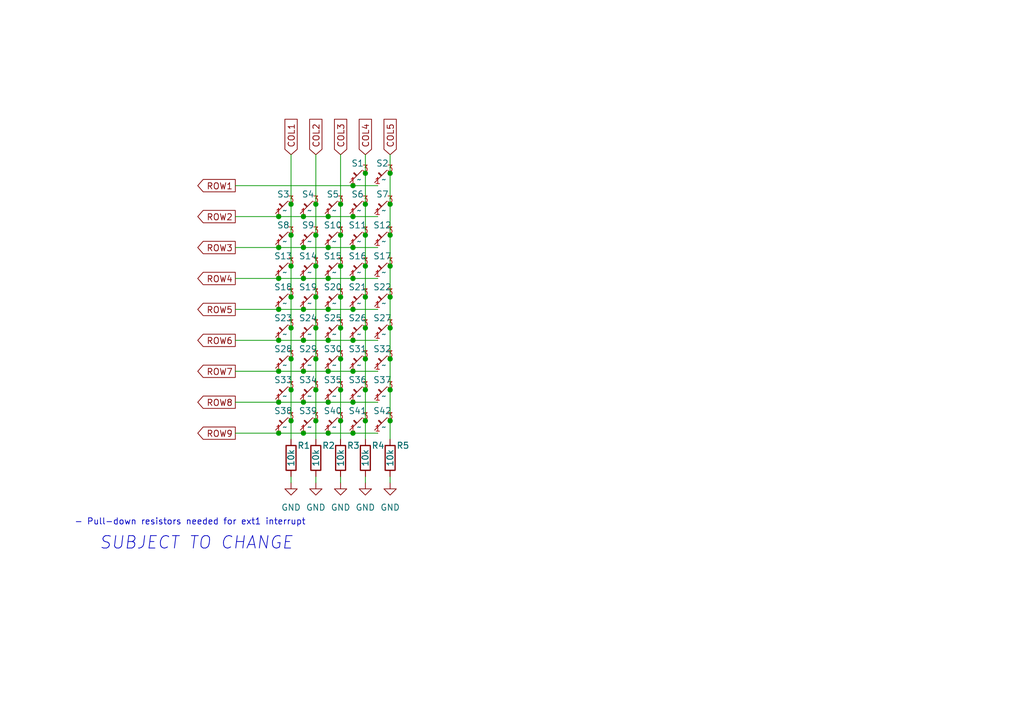
<source format=kicad_sch>
(kicad_sch (version 20230121) (generator eeschema)

  (uuid 264ffca5-4979-4277-bd29-74166b7d88e5)

  (paper "A5")

  (title_block
    (title "Open Source Machinist Calculator")
    (rev "Draft")
  )

  (lib_symbols
    (symbol "Device:R" (pin_numbers hide) (pin_names (offset 0)) (in_bom yes) (on_board yes)
      (property "Reference" "R" (at 2.032 0 90)
        (effects (font (size 1.27 1.27)))
      )
      (property "Value" "R" (at 0 0 90)
        (effects (font (size 1.27 1.27)))
      )
      (property "Footprint" "" (at -1.778 0 90)
        (effects (font (size 1.27 1.27)) hide)
      )
      (property "Datasheet" "~" (at 0 0 0)
        (effects (font (size 1.27 1.27)) hide)
      )
      (property "ki_keywords" "R res resistor" (at 0 0 0)
        (effects (font (size 1.27 1.27)) hide)
      )
      (property "ki_description" "Resistor" (at 0 0 0)
        (effects (font (size 1.27 1.27)) hide)
      )
      (property "ki_fp_filters" "R_*" (at 0 0 0)
        (effects (font (size 1.27 1.27)) hide)
      )
      (symbol "R_0_1"
        (rectangle (start -1.016 -2.54) (end 1.016 2.54)
          (stroke (width 0.254) (type default))
          (fill (type none))
        )
      )
      (symbol "R_1_1"
        (pin passive line (at 0 3.81 270) (length 1.27)
          (name "~" (effects (font (size 1.27 1.27))))
          (number "1" (effects (font (size 1.27 1.27))))
        )
        (pin passive line (at 0 -3.81 90) (length 1.27)
          (name "~" (effects (font (size 1.27 1.27))))
          (number "2" (effects (font (size 1.27 1.27))))
        )
      )
    )
    (symbol "TL3342:TL3342" (pin_names hide) (in_bom yes) (on_board yes)
      (property "Reference" "S" (at 0 -2.54 0)
        (effects (font (size 1.27 1.27)))
      )
      (property "Value" "" (at 0 0 0)
        (effects (font (size 1.27 1.27)))
      )
      (property "Footprint" "" (at 0 0 0)
        (effects (font (size 1.27 1.27)) hide)
      )
      (property "Datasheet" "" (at 0 0 0)
        (effects (font (size 1.27 1.27)) hide)
      )
      (symbol "TL3342_0_1"
        (polyline
          (pts
            (xy -1.905 -0.635)
            (xy 0.635 1.905)
          )
          (stroke (width 0) (type default))
          (fill (type none))
        )
        (polyline
          (pts
            (xy -0.508 0.889)
            (xy -1.016 1.397)
            (xy -1.143 1.27)
            (xy -0.635 0.762)
          )
          (stroke (width 0) (type default))
          (fill (type none))
        )
      )
      (symbol "TL3342_1_1"
        (pin passive line (at -1.27 -1.27 180) (length 0)
          (name "Pin1" (effects (font (size 1.27 1.27))))
          (number "1" (effects (font (size 1.27 1.27))))
        )
        (pin passive line (at -1.27 -1.27 180) (length 0) hide
          (name "Pin1" (effects (font (size 1.27 1.27))))
          (number "2" (effects (font (size 1.27 1.27))))
        )
        (pin passive line (at 1.27 1.27 180) (length 0)
          (name "Pin2" (effects (font (size 1.27 1.27))))
          (number "3" (effects (font (size 1.27 1.27))))
        )
        (pin passive line (at 1.27 1.27 180) (length 0) hide
          (name "Pin2" (effects (font (size 1.27 1.27))))
          (number "4" (effects (font (size 1.27 1.27))))
        )
      )
    )
    (symbol "power:GND" (power) (pin_names (offset 0)) (in_bom yes) (on_board yes)
      (property "Reference" "#PWR" (at 0 -6.35 0)
        (effects (font (size 1.27 1.27)) hide)
      )
      (property "Value" "GND" (at 0 -3.81 0)
        (effects (font (size 1.27 1.27)))
      )
      (property "Footprint" "" (at 0 0 0)
        (effects (font (size 1.27 1.27)) hide)
      )
      (property "Datasheet" "" (at 0 0 0)
        (effects (font (size 1.27 1.27)) hide)
      )
      (property "ki_keywords" "global power" (at 0 0 0)
        (effects (font (size 1.27 1.27)) hide)
      )
      (property "ki_description" "Power symbol creates a global label with name \"GND\" , ground" (at 0 0 0)
        (effects (font (size 1.27 1.27)) hide)
      )
      (symbol "GND_0_1"
        (polyline
          (pts
            (xy 0 0)
            (xy 0 -1.27)
            (xy 1.27 -1.27)
            (xy 0 -2.54)
            (xy -1.27 -1.27)
            (xy 0 -1.27)
          )
          (stroke (width 0) (type default))
          (fill (type none))
        )
      )
      (symbol "GND_1_1"
        (pin power_in line (at 0 0 270) (length 0) hide
          (name "GND" (effects (font (size 1.27 1.27))))
          (number "1" (effects (font (size 1.27 1.27))))
        )
      )
    )
  )

  (junction (at 57.15 44.45) (diameter 0) (color 0 0 0 0)
    (uuid 00c1ab4b-2e77-4112-b135-4d0e7738e77c)
  )
  (junction (at 59.69 48.26) (diameter 0) (color 0 0 0 0)
    (uuid 0263d708-08bf-4a12-a269-3965f01116d7)
  )
  (junction (at 72.39 63.5) (diameter 0) (color 0 0 0 0)
    (uuid 06889aac-7a3d-4df7-9f91-526c3876d6e1)
  )
  (junction (at 57.15 50.8) (diameter 0) (color 0 0 0 0)
    (uuid 08c2bf1b-0b75-4fa0-a11c-7add1b747061)
  )
  (junction (at 59.69 73.66) (diameter 0) (color 0 0 0 0)
    (uuid 0c70503f-8b94-476a-b9d9-84dee5c1e9ef)
  )
  (junction (at 69.85 86.36) (diameter 0) (color 0 0 0 0)
    (uuid 0d604df7-0462-49f4-b526-b34dc3e7c74d)
  )
  (junction (at 69.85 60.96) (diameter 0) (color 0 0 0 0)
    (uuid 1073f79c-e267-40fa-ad42-5c75851b5bb6)
  )
  (junction (at 64.77 41.91) (diameter 0) (color 0 0 0 0)
    (uuid 10daa842-a9a9-45d9-8e29-37579a8392ba)
  )
  (junction (at 72.39 76.2) (diameter 0) (color 0 0 0 0)
    (uuid 1218760a-e8ce-42cd-993f-90e58fc7eb13)
  )
  (junction (at 64.77 67.31) (diameter 0) (color 0 0 0 0)
    (uuid 14a0c9d6-7b55-44cf-a465-b792251e841a)
  )
  (junction (at 67.31 76.2) (diameter 0) (color 0 0 0 0)
    (uuid 1a7de763-74ae-41e0-9bdb-5b08180f3a40)
  )
  (junction (at 59.69 41.91) (diameter 0) (color 0 0 0 0)
    (uuid 1b533f06-2e6a-4302-b4c9-7bd43ab49df2)
  )
  (junction (at 67.31 82.55) (diameter 0) (color 0 0 0 0)
    (uuid 1cdae607-ab26-413c-86e5-bb3e54b09365)
  )
  (junction (at 74.93 73.66) (diameter 0) (color 0 0 0 0)
    (uuid 1f7ee606-689f-4938-9772-5b1947042172)
  )
  (junction (at 57.15 69.85) (diameter 0) (color 0 0 0 0)
    (uuid 250acde7-f532-40eb-bf90-405c50983f42)
  )
  (junction (at 72.39 50.8) (diameter 0) (color 0 0 0 0)
    (uuid 27c108d1-eb06-495b-8269-43ed0b36cf85)
  )
  (junction (at 74.93 48.26) (diameter 0) (color 0 0 0 0)
    (uuid 2a3294c1-e169-407e-9091-69a7fcc38311)
  )
  (junction (at 57.15 76.2) (diameter 0) (color 0 0 0 0)
    (uuid 2c466a82-0538-4fe1-8492-c240ac8acc5c)
  )
  (junction (at 72.39 38.1) (diameter 0) (color 0 0 0 0)
    (uuid 2ffba523-0323-48f4-b7b5-0943acbb3f5b)
  )
  (junction (at 74.93 41.91) (diameter 0) (color 0 0 0 0)
    (uuid 38860e07-ab3c-4b73-93e5-d16bd57caa79)
  )
  (junction (at 80.01 54.61) (diameter 0) (color 0 0 0 0)
    (uuid 39f1ea7e-f247-44b5-a645-90a9be02277d)
  )
  (junction (at 67.31 50.8) (diameter 0) (color 0 0 0 0)
    (uuid 42cd9b18-89d1-4e1f-88b0-8225def8fabe)
  )
  (junction (at 69.85 48.26) (diameter 0) (color 0 0 0 0)
    (uuid 46ed80d6-2cd8-460d-95aa-a917d1613946)
  )
  (junction (at 57.15 88.9) (diameter 0) (color 0 0 0 0)
    (uuid 4817f96c-7698-4e3c-aa20-c0b4e14e643a)
  )
  (junction (at 74.93 60.96) (diameter 0) (color 0 0 0 0)
    (uuid 4b8adb3a-ebdd-4e8d-9c52-d0e3c8d777e1)
  )
  (junction (at 69.85 54.61) (diameter 0) (color 0 0 0 0)
    (uuid 4ba56d44-af6b-458c-9a64-f8ba820a525b)
  )
  (junction (at 57.15 82.55) (diameter 0) (color 0 0 0 0)
    (uuid 53a9c223-3e5c-4180-a78b-8d7e8bfbb369)
  )
  (junction (at 64.77 48.26) (diameter 0) (color 0 0 0 0)
    (uuid 589f756a-4711-48d9-9a31-b947a3abfc24)
  )
  (junction (at 80.01 35.56) (diameter 0) (color 0 0 0 0)
    (uuid 5a0000b9-0c2a-4f4e-93c6-655345986b8e)
  )
  (junction (at 64.77 60.96) (diameter 0) (color 0 0 0 0)
    (uuid 63813462-6c0b-4c96-a7c5-41614161dd88)
  )
  (junction (at 74.93 67.31) (diameter 0) (color 0 0 0 0)
    (uuid 63fc855d-abc7-41df-ab20-bd2f8818e761)
  )
  (junction (at 72.39 44.45) (diameter 0) (color 0 0 0 0)
    (uuid 66ed0a07-248d-4170-a93d-8fd84c6f4f7c)
  )
  (junction (at 62.23 63.5) (diameter 0) (color 0 0 0 0)
    (uuid 6846862f-8ad6-49e8-9ecb-6946fe9e1c02)
  )
  (junction (at 62.23 76.2) (diameter 0) (color 0 0 0 0)
    (uuid 693e72db-b9b7-4315-86d8-eb8f6e28e737)
  )
  (junction (at 59.69 80.01) (diameter 0) (color 0 0 0 0)
    (uuid 6a5773a7-4cfa-4c72-b300-c296effb5e4d)
  )
  (junction (at 64.77 73.66) (diameter 0) (color 0 0 0 0)
    (uuid 6db3187a-9cae-4b02-bdc9-9e33bc3f4f20)
  )
  (junction (at 80.01 67.31) (diameter 0) (color 0 0 0 0)
    (uuid 6e6eb34b-451d-4a01-b86f-97bd52439347)
  )
  (junction (at 59.69 54.61) (diameter 0) (color 0 0 0 0)
    (uuid 6f20ca3b-8955-43d5-8dd4-6d218f2e997f)
  )
  (junction (at 62.23 57.15) (diameter 0) (color 0 0 0 0)
    (uuid 6fd8e0fb-26ee-4049-a308-50dae0d561c2)
  )
  (junction (at 59.69 60.96) (diameter 0) (color 0 0 0 0)
    (uuid 7218b192-a9e1-4461-9db5-5313c98942cc)
  )
  (junction (at 67.31 44.45) (diameter 0) (color 0 0 0 0)
    (uuid 73b7485b-3945-4e36-bdd4-0321e11291ba)
  )
  (junction (at 80.01 73.66) (diameter 0) (color 0 0 0 0)
    (uuid 787ec9da-62eb-4edd-a8f2-7b58f83a70d1)
  )
  (junction (at 72.39 57.15) (diameter 0) (color 0 0 0 0)
    (uuid 8333dab2-8fbe-4260-86b4-d649788e9cdd)
  )
  (junction (at 57.15 63.5) (diameter 0) (color 0 0 0 0)
    (uuid 8410b082-75af-48e4-a25e-76cc92118332)
  )
  (junction (at 72.39 69.85) (diameter 0) (color 0 0 0 0)
    (uuid 867cda6e-969b-4d02-8da8-fbfd644bfd2d)
  )
  (junction (at 59.69 86.36) (diameter 0) (color 0 0 0 0)
    (uuid 87c89e06-d089-4215-b294-2bb9238215ff)
  )
  (junction (at 69.85 41.91) (diameter 0) (color 0 0 0 0)
    (uuid 8867c463-e180-4fb7-9d83-217495cdd0b9)
  )
  (junction (at 64.77 86.36) (diameter 0) (color 0 0 0 0)
    (uuid 8bda2acb-555a-4d85-8648-a9beed2a19ca)
  )
  (junction (at 74.93 80.01) (diameter 0) (color 0 0 0 0)
    (uuid 961629f0-7036-4f21-8310-f90a6550970c)
  )
  (junction (at 59.69 67.31) (diameter 0) (color 0 0 0 0)
    (uuid 990a4d53-7d6f-410f-b22f-7651e7aabd9d)
  )
  (junction (at 69.85 73.66) (diameter 0) (color 0 0 0 0)
    (uuid 99d2eeec-52bc-4091-b0b0-0651a307e262)
  )
  (junction (at 80.01 60.96) (diameter 0) (color 0 0 0 0)
    (uuid 9d9eaa12-1506-42a8-a7cd-12892f8beabd)
  )
  (junction (at 62.23 82.55) (diameter 0) (color 0 0 0 0)
    (uuid 9f6ac67e-afd4-444c-8f7a-950d645971cb)
  )
  (junction (at 80.01 80.01) (diameter 0) (color 0 0 0 0)
    (uuid a395ff86-5110-4454-8f59-527e42e18b53)
  )
  (junction (at 80.01 48.26) (diameter 0) (color 0 0 0 0)
    (uuid a45fa5b7-0956-44f3-abe0-fdd974bda38c)
  )
  (junction (at 80.01 86.36) (diameter 0) (color 0 0 0 0)
    (uuid a61f141e-0ce4-4199-bf37-68e6cdce87c8)
  )
  (junction (at 72.39 82.55) (diameter 0) (color 0 0 0 0)
    (uuid a7f21952-5224-4d08-ad19-148174739f3b)
  )
  (junction (at 67.31 69.85) (diameter 0) (color 0 0 0 0)
    (uuid aad859ef-1ee9-4835-9802-b0039d40c2ce)
  )
  (junction (at 57.15 57.15) (diameter 0) (color 0 0 0 0)
    (uuid b78f0379-1fca-445e-b0ce-be83afa10a4f)
  )
  (junction (at 67.31 88.9) (diameter 0) (color 0 0 0 0)
    (uuid ba8cb58b-66b9-4424-8c8d-faad1ecbf678)
  )
  (junction (at 72.39 88.9) (diameter 0) (color 0 0 0 0)
    (uuid bacff019-972d-425d-b789-945c9374fb68)
  )
  (junction (at 67.31 63.5) (diameter 0) (color 0 0 0 0)
    (uuid bc200015-5691-4a76-aa27-1d243e41be5a)
  )
  (junction (at 80.01 41.91) (diameter 0) (color 0 0 0 0)
    (uuid c743c00a-e8f3-4cc2-bcdc-6974cef25d63)
  )
  (junction (at 62.23 88.9) (diameter 0) (color 0 0 0 0)
    (uuid d2e6c938-d278-43e1-b768-17edcf83e9ae)
  )
  (junction (at 64.77 54.61) (diameter 0) (color 0 0 0 0)
    (uuid dec8a00a-6020-445f-906d-bf5c499da951)
  )
  (junction (at 74.93 54.61) (diameter 0) (color 0 0 0 0)
    (uuid df5ea150-9327-4213-a814-be778ce00ef6)
  )
  (junction (at 64.77 80.01) (diameter 0) (color 0 0 0 0)
    (uuid e044bbda-0488-4a82-bfa2-e26b8ef28cff)
  )
  (junction (at 74.93 35.56) (diameter 0) (color 0 0 0 0)
    (uuid e32624a9-54f8-4859-bc81-84be47a91a30)
  )
  (junction (at 74.93 86.36) (diameter 0) (color 0 0 0 0)
    (uuid e498a104-65e3-40c3-8b22-3660b230df06)
  )
  (junction (at 62.23 44.45) (diameter 0) (color 0 0 0 0)
    (uuid ea2f7b4a-e18a-406a-a903-e66668785e3b)
  )
  (junction (at 69.85 80.01) (diameter 0) (color 0 0 0 0)
    (uuid ec328908-ebcc-4277-a85e-9c1088971536)
  )
  (junction (at 67.31 57.15) (diameter 0) (color 0 0 0 0)
    (uuid ef933268-59e1-44c1-95f5-5f583d00cdff)
  )
  (junction (at 62.23 69.85) (diameter 0) (color 0 0 0 0)
    (uuid f0f73e56-710f-4dec-9a8d-a0c16dad7c13)
  )
  (junction (at 69.85 67.31) (diameter 0) (color 0 0 0 0)
    (uuid f905c108-56a0-4757-bec2-59e3006ba445)
  )
  (junction (at 62.23 50.8) (diameter 0) (color 0 0 0 0)
    (uuid fd221431-9b33-48a3-ac72-4b2ff10c42bd)
  )

  (wire (pts (xy 48.26 50.8) (xy 57.15 50.8))
    (stroke (width 0) (type default))
    (uuid 00e0b173-8f7d-44cb-8d54-ca9742c8a95c)
  )
  (wire (pts (xy 74.93 86.36) (xy 74.93 90.17))
    (stroke (width 0) (type default))
    (uuid 012c6e33-2d0a-4dee-91b1-c2b11fe64cca)
  )
  (wire (pts (xy 74.93 54.61) (xy 74.93 60.96))
    (stroke (width 0) (type default))
    (uuid 0182feba-8fe8-42df-bf5c-909ab9d73624)
  )
  (wire (pts (xy 64.77 48.26) (xy 64.77 54.61))
    (stroke (width 0) (type default))
    (uuid 04df4a68-276f-48e1-b4e9-245cf7609e9e)
  )
  (wire (pts (xy 59.69 80.01) (xy 59.69 86.36))
    (stroke (width 0) (type default))
    (uuid 0dff2cce-8200-476b-ab15-8ebb22c90a8e)
  )
  (wire (pts (xy 72.39 44.45) (xy 77.47 44.45))
    (stroke (width 0) (type default))
    (uuid 167e7192-1bbb-440b-bb68-4069418088e5)
  )
  (wire (pts (xy 62.23 82.55) (xy 67.31 82.55))
    (stroke (width 0) (type default))
    (uuid 16826355-5d1d-46b9-b731-a0c4ea30b216)
  )
  (wire (pts (xy 74.93 67.31) (xy 74.93 73.66))
    (stroke (width 0) (type default))
    (uuid 16b0cfca-ee8b-4aa5-b21e-e95c631b228f)
  )
  (wire (pts (xy 64.77 67.31) (xy 64.77 73.66))
    (stroke (width 0) (type default))
    (uuid 1917d7cc-9ec1-4e17-9c6b-58bbab3f73a7)
  )
  (wire (pts (xy 80.01 41.91) (xy 80.01 48.26))
    (stroke (width 0) (type default))
    (uuid 1af5ebe0-ee3e-4687-bc4e-2e897a93256a)
  )
  (wire (pts (xy 48.26 38.1) (xy 72.39 38.1))
    (stroke (width 0) (type default))
    (uuid 1cd970b4-43f8-42f8-b615-589569c152f5)
  )
  (wire (pts (xy 62.23 69.85) (xy 67.31 69.85))
    (stroke (width 0) (type default))
    (uuid 1d4533d9-6189-4742-874f-81af8d687bf6)
  )
  (wire (pts (xy 57.15 63.5) (xy 62.23 63.5))
    (stroke (width 0) (type default))
    (uuid 1d976f38-ef92-48ba-8b7e-0959d3bfc371)
  )
  (wire (pts (xy 67.31 82.55) (xy 72.39 82.55))
    (stroke (width 0) (type default))
    (uuid 240ec79b-7345-4c77-a25e-35bae776f20f)
  )
  (wire (pts (xy 67.31 88.9) (xy 72.39 88.9))
    (stroke (width 0) (type default))
    (uuid 26897175-b475-4227-beee-29ff66c775b9)
  )
  (wire (pts (xy 80.01 60.96) (xy 80.01 67.31))
    (stroke (width 0) (type default))
    (uuid 2ea1b248-0168-41d4-886d-de8f128a2b64)
  )
  (wire (pts (xy 80.01 54.61) (xy 80.01 60.96))
    (stroke (width 0) (type default))
    (uuid 306a5cf5-d873-44ee-9fec-61b0d660f6ad)
  )
  (wire (pts (xy 48.26 44.45) (xy 57.15 44.45))
    (stroke (width 0) (type default))
    (uuid 315afc44-c729-47d6-b35a-1759a2052d20)
  )
  (wire (pts (xy 64.77 41.91) (xy 64.77 48.26))
    (stroke (width 0) (type default))
    (uuid 324d49e8-d5fa-4966-923f-8ca2685548a2)
  )
  (wire (pts (xy 59.69 41.91) (xy 59.69 48.26))
    (stroke (width 0) (type default))
    (uuid 331bf002-f292-4689-b696-813bf9ee0902)
  )
  (wire (pts (xy 80.01 86.36) (xy 80.01 90.17))
    (stroke (width 0) (type default))
    (uuid 339905ac-4bb4-4cc1-b814-e70e411e6d9f)
  )
  (wire (pts (xy 69.85 60.96) (xy 69.85 67.31))
    (stroke (width 0) (type default))
    (uuid 3c2b8b11-3876-4a23-949e-6628594e10b8)
  )
  (wire (pts (xy 80.01 97.79) (xy 80.01 99.06))
    (stroke (width 0) (type default))
    (uuid 3d844679-80ea-4f4e-b5c3-7c9d6e6cc19f)
  )
  (wire (pts (xy 67.31 44.45) (xy 72.39 44.45))
    (stroke (width 0) (type default))
    (uuid 3e2eb3c5-a9f7-4b75-a78a-d9538a29c9b6)
  )
  (wire (pts (xy 80.01 73.66) (xy 80.01 80.01))
    (stroke (width 0) (type default))
    (uuid 4489337e-069c-4fdb-b893-b978498886b2)
  )
  (wire (pts (xy 74.93 80.01) (xy 74.93 86.36))
    (stroke (width 0) (type default))
    (uuid 493f4586-5265-4c42-8b39-49e176f2609f)
  )
  (wire (pts (xy 59.69 60.96) (xy 59.69 67.31))
    (stroke (width 0) (type default))
    (uuid 569f9b51-7ab7-4f6b-b678-fb5d20505c55)
  )
  (wire (pts (xy 69.85 54.61) (xy 69.85 60.96))
    (stroke (width 0) (type default))
    (uuid 5812ebf9-ec59-4d91-8154-c8d8ea284f49)
  )
  (wire (pts (xy 48.26 63.5) (xy 57.15 63.5))
    (stroke (width 0) (type default))
    (uuid 5ba47b85-1acf-44bf-89ef-9204805311ab)
  )
  (wire (pts (xy 72.39 76.2) (xy 77.47 76.2))
    (stroke (width 0) (type default))
    (uuid 5c85c8a1-970b-49e6-9aff-aa4c959522f7)
  )
  (wire (pts (xy 64.77 80.01) (xy 64.77 86.36))
    (stroke (width 0) (type default))
    (uuid 5e35ffb1-5b2d-430a-ada6-194025539a06)
  )
  (wire (pts (xy 80.01 48.26) (xy 80.01 54.61))
    (stroke (width 0) (type default))
    (uuid 5f53f7aa-8f20-4ce6-a3c8-daaf810f909a)
  )
  (wire (pts (xy 69.85 97.79) (xy 69.85 99.06))
    (stroke (width 0) (type default))
    (uuid 60899501-addf-40a4-a1d5-37bb92ff1745)
  )
  (wire (pts (xy 57.15 69.85) (xy 62.23 69.85))
    (stroke (width 0) (type default))
    (uuid 617eec11-c237-46c2-b9e2-1d07fec16f4e)
  )
  (wire (pts (xy 62.23 88.9) (xy 67.31 88.9))
    (stroke (width 0) (type default))
    (uuid 6588005c-502b-4bf2-a3e2-536f01ca7bda)
  )
  (wire (pts (xy 69.85 73.66) (xy 69.85 80.01))
    (stroke (width 0) (type default))
    (uuid 6791ee3b-f3da-4599-8434-75e6a6394675)
  )
  (wire (pts (xy 48.26 69.85) (xy 57.15 69.85))
    (stroke (width 0) (type default))
    (uuid 6f4d1325-aa41-4a4e-8c31-df164afe262e)
  )
  (wire (pts (xy 62.23 50.8) (xy 67.31 50.8))
    (stroke (width 0) (type default))
    (uuid 6f82fe40-8dee-4c2a-b2a6-0aa8ff3a5c0c)
  )
  (wire (pts (xy 62.23 76.2) (xy 67.31 76.2))
    (stroke (width 0) (type default))
    (uuid 70b6c7a7-049a-431b-af76-b7f7179679c4)
  )
  (wire (pts (xy 48.26 88.9) (xy 57.15 88.9))
    (stroke (width 0) (type default))
    (uuid 7ae64394-e494-4762-979d-6dc965002733)
  )
  (wire (pts (xy 72.39 69.85) (xy 77.47 69.85))
    (stroke (width 0) (type default))
    (uuid 7c994bbd-a6cc-4281-9e95-9a61c125715a)
  )
  (wire (pts (xy 48.26 57.15) (xy 57.15 57.15))
    (stroke (width 0) (type default))
    (uuid 7d6e1f30-2762-4b1a-8864-4778e45b2089)
  )
  (wire (pts (xy 69.85 67.31) (xy 69.85 73.66))
    (stroke (width 0) (type default))
    (uuid 81727d9c-0bbb-4c21-a43b-c0bdce4ce6ca)
  )
  (wire (pts (xy 72.39 57.15) (xy 77.47 57.15))
    (stroke (width 0) (type default))
    (uuid 853680a4-5a13-4c7b-ad60-fe07981abca8)
  )
  (wire (pts (xy 72.39 63.5) (xy 77.47 63.5))
    (stroke (width 0) (type default))
    (uuid 86a84081-42fa-497a-a5f3-d63e60da4368)
  )
  (wire (pts (xy 67.31 50.8) (xy 72.39 50.8))
    (stroke (width 0) (type default))
    (uuid 87a575da-9312-4d85-a5e0-d0615e009086)
  )
  (wire (pts (xy 74.93 73.66) (xy 74.93 80.01))
    (stroke (width 0) (type default))
    (uuid 8bab7148-be08-4e60-90ca-4e4429d809f8)
  )
  (wire (pts (xy 69.85 86.36) (xy 69.85 90.17))
    (stroke (width 0) (type default))
    (uuid 8d61d6ff-defe-43bf-a88b-e1dc1e396520)
  )
  (wire (pts (xy 57.15 57.15) (xy 62.23 57.15))
    (stroke (width 0) (type default))
    (uuid 8f93fa3d-ada3-4f72-971d-f48ae29ccc74)
  )
  (wire (pts (xy 67.31 76.2) (xy 72.39 76.2))
    (stroke (width 0) (type default))
    (uuid 91ebd9ec-8add-400f-a9f3-a3b26c07a0c3)
  )
  (wire (pts (xy 80.01 35.56) (xy 80.01 41.91))
    (stroke (width 0) (type default))
    (uuid 9297d165-9a8a-47c1-83c5-aba5eb99d0cd)
  )
  (wire (pts (xy 62.23 63.5) (xy 67.31 63.5))
    (stroke (width 0) (type default))
    (uuid 93c81558-865b-4604-b951-e028d3395395)
  )
  (wire (pts (xy 59.69 86.36) (xy 59.69 90.17))
    (stroke (width 0) (type default))
    (uuid 94fc6c19-f16d-485e-bbeb-97e1216d80f4)
  )
  (wire (pts (xy 57.15 44.45) (xy 62.23 44.45))
    (stroke (width 0) (type default))
    (uuid 95a05307-80cf-4dc0-96fe-8b2415ad24e6)
  )
  (wire (pts (xy 74.93 48.26) (xy 74.93 54.61))
    (stroke (width 0) (type default))
    (uuid 9942251c-d716-407f-b4a5-39b67a09cc13)
  )
  (wire (pts (xy 67.31 57.15) (xy 72.39 57.15))
    (stroke (width 0) (type default))
    (uuid 99abb540-7976-4099-9bf4-bb19f0ff71e4)
  )
  (wire (pts (xy 64.77 73.66) (xy 64.77 80.01))
    (stroke (width 0) (type default))
    (uuid 99d797f6-0912-41a1-bf54-9e68617c2462)
  )
  (wire (pts (xy 74.93 41.91) (xy 74.93 48.26))
    (stroke (width 0) (type default))
    (uuid 9aa67a90-b77e-4210-a4b5-46826ccbca7e)
  )
  (wire (pts (xy 69.85 80.01) (xy 69.85 86.36))
    (stroke (width 0) (type default))
    (uuid 9bb3d887-c37e-41ec-ad08-6bcc3f51059b)
  )
  (wire (pts (xy 48.26 76.2) (xy 57.15 76.2))
    (stroke (width 0) (type default))
    (uuid 9dd7b7a7-be05-46f7-af6c-3fa68f36b3a2)
  )
  (wire (pts (xy 59.69 31.75) (xy 59.69 41.91))
    (stroke (width 0) (type default))
    (uuid a331dc40-531d-4b31-b08c-076e3a04de23)
  )
  (wire (pts (xy 57.15 50.8) (xy 62.23 50.8))
    (stroke (width 0) (type default))
    (uuid a637b4c2-2334-49c2-990a-3f6bea7202bf)
  )
  (wire (pts (xy 74.93 35.56) (xy 74.93 41.91))
    (stroke (width 0) (type default))
    (uuid aa710b59-6835-4bc5-a3e5-012eac9a2797)
  )
  (wire (pts (xy 64.77 31.75) (xy 64.77 41.91))
    (stroke (width 0) (type default))
    (uuid ab5375eb-fb39-45ec-898e-0c4ea07723b4)
  )
  (wire (pts (xy 59.69 54.61) (xy 59.69 60.96))
    (stroke (width 0) (type default))
    (uuid ad925d45-c1c1-4ad8-9dce-4658901f9359)
  )
  (wire (pts (xy 62.23 57.15) (xy 67.31 57.15))
    (stroke (width 0) (type default))
    (uuid ada0ce17-2765-471d-afa8-0aa1bce52e38)
  )
  (wire (pts (xy 74.93 31.75) (xy 74.93 35.56))
    (stroke (width 0) (type default))
    (uuid b324138a-ff71-4426-9543-6bff75fc724f)
  )
  (wire (pts (xy 80.01 31.75) (xy 80.01 35.56))
    (stroke (width 0) (type default))
    (uuid b6a56c93-7fcb-4044-915f-bb7cd4525067)
  )
  (wire (pts (xy 80.01 80.01) (xy 80.01 86.36))
    (stroke (width 0) (type default))
    (uuid b963a521-c0ef-4035-8a32-1ee0f5540803)
  )
  (wire (pts (xy 74.93 60.96) (xy 74.93 67.31))
    (stroke (width 0) (type default))
    (uuid bcb1c54b-5666-4967-b233-bc5031693fdf)
  )
  (wire (pts (xy 69.85 48.26) (xy 69.85 54.61))
    (stroke (width 0) (type default))
    (uuid bdc9257e-c76a-48b2-8192-381f0cf654cc)
  )
  (wire (pts (xy 57.15 76.2) (xy 62.23 76.2))
    (stroke (width 0) (type default))
    (uuid bdfcbf2b-03ac-4420-8e06-285420bd9f9a)
  )
  (wire (pts (xy 69.85 41.91) (xy 69.85 48.26))
    (stroke (width 0) (type default))
    (uuid c6017e8c-8f47-4cc5-87f9-c7daa29a37f9)
  )
  (wire (pts (xy 59.69 97.79) (xy 59.69 99.06))
    (stroke (width 0) (type default))
    (uuid ca73d38f-7427-4cb9-b94e-04bb5166195b)
  )
  (wire (pts (xy 72.39 82.55) (xy 77.47 82.55))
    (stroke (width 0) (type default))
    (uuid cc9eb6b4-bbab-4410-abcc-cfd9f5d6c6d6)
  )
  (wire (pts (xy 64.77 97.79) (xy 64.77 99.06))
    (stroke (width 0) (type default))
    (uuid d0ca4d67-3d7b-4899-a42d-0061f977caaa)
  )
  (wire (pts (xy 62.23 44.45) (xy 67.31 44.45))
    (stroke (width 0) (type default))
    (uuid d0fc68f7-1d04-4cb3-a7c3-f699306f4daf)
  )
  (wire (pts (xy 64.77 86.36) (xy 64.77 90.17))
    (stroke (width 0) (type default))
    (uuid d2f6344d-cece-4944-8ae7-22031902f383)
  )
  (wire (pts (xy 80.01 67.31) (xy 80.01 73.66))
    (stroke (width 0) (type default))
    (uuid d32d935d-6840-4fff-a608-65edbe2e747d)
  )
  (wire (pts (xy 67.31 63.5) (xy 72.39 63.5))
    (stroke (width 0) (type default))
    (uuid d4f79265-93ac-470b-848d-4ef9bc22db85)
  )
  (wire (pts (xy 59.69 48.26) (xy 59.69 54.61))
    (stroke (width 0) (type default))
    (uuid d76280be-967f-45ac-92c3-6e560b416758)
  )
  (wire (pts (xy 57.15 88.9) (xy 62.23 88.9))
    (stroke (width 0) (type default))
    (uuid d7ad9803-b3fb-4dc2-b055-79931c72d808)
  )
  (wire (pts (xy 72.39 50.8) (xy 77.47 50.8))
    (stroke (width 0) (type default))
    (uuid dd92f7ef-f9a7-4acd-81ed-5e9995b20dea)
  )
  (wire (pts (xy 72.39 88.9) (xy 77.47 88.9))
    (stroke (width 0) (type default))
    (uuid df277d8a-1e09-4c02-a4c2-131ad653e0b2)
  )
  (wire (pts (xy 57.15 82.55) (xy 62.23 82.55))
    (stroke (width 0) (type default))
    (uuid df58c4cb-3d69-49e5-89b4-3d277986f9b2)
  )
  (wire (pts (xy 74.93 97.79) (xy 74.93 99.06))
    (stroke (width 0) (type default))
    (uuid e0559996-d666-455a-9528-32cc3efffbfe)
  )
  (wire (pts (xy 64.77 60.96) (xy 64.77 67.31))
    (stroke (width 0) (type default))
    (uuid e5df4a40-6f7e-4a2d-9114-f417168bbc4b)
  )
  (wire (pts (xy 48.26 82.55) (xy 57.15 82.55))
    (stroke (width 0) (type default))
    (uuid e9aa8a8f-aeab-4204-acca-6fedb86a0143)
  )
  (wire (pts (xy 59.69 67.31) (xy 59.69 73.66))
    (stroke (width 0) (type default))
    (uuid ee5ea3ff-e139-487c-98fa-9bfdba33dca0)
  )
  (wire (pts (xy 59.69 73.66) (xy 59.69 80.01))
    (stroke (width 0) (type default))
    (uuid f11a5f1f-8a46-4257-b439-daf34a903fc0)
  )
  (wire (pts (xy 69.85 31.75) (xy 69.85 41.91))
    (stroke (width 0) (type default))
    (uuid f2cbc732-ffd0-4b3e-8989-5e7e40917ca5)
  )
  (wire (pts (xy 64.77 54.61) (xy 64.77 60.96))
    (stroke (width 0) (type default))
    (uuid f4e64edc-195b-429b-96b2-c238fe0bb757)
  )
  (wire (pts (xy 67.31 69.85) (xy 72.39 69.85))
    (stroke (width 0) (type default))
    (uuid f5090aa2-1184-46d8-abd5-b319f9159199)
  )
  (wire (pts (xy 72.39 38.1) (xy 77.47 38.1))
    (stroke (width 0) (type default))
    (uuid ff2dc693-e333-460f-842b-dc55a5d22bba)
  )

  (text "- Pull-down resistors needed for ext1 interrupt" (at 15.24 107.95 0)
    (effects (font (size 1.27 1.27)) (justify left bottom))
    (uuid 1a0a40b3-9c37-46a2-8cf6-2b1818721a86)
  )
  (text "SUBJECT TO CHANGE" (at 20.32 113.03 0)
    (effects (font (size 2.54 2.54) italic) (justify left bottom))
    (uuid a65dacda-a4c5-41af-a7ee-622323aa3a4e)
  )

  (global_label "ROW9" (shape output) (at 48.26 88.9 180) (fields_autoplaced)
    (effects (font (size 1.27 1.27)) (justify right))
    (uuid 13143d0d-2139-4e41-a950-cf2de9aad8b7)
    (property "Intersheetrefs" "${INTERSHEET_REFS}" (at 40.0928 88.9 0)
      (effects (font (size 1.27 1.27)) (justify right) hide)
    )
  )
  (global_label "ROW2" (shape output) (at 48.26 44.45 180) (fields_autoplaced)
    (effects (font (size 1.27 1.27)) (justify right))
    (uuid 20bd9527-fb1b-4ab4-8916-33189d86b2b6)
    (property "Intersheetrefs" "${INTERSHEET_REFS}" (at 40.0928 44.45 0)
      (effects (font (size 1.27 1.27)) (justify right) hide)
    )
  )
  (global_label "COL2" (shape input) (at 64.77 31.75 90) (fields_autoplaced)
    (effects (font (size 1.27 1.27)) (justify left))
    (uuid 21e8cc29-3a25-4fbd-8891-d3d5ed3c53f6)
    (property "Intersheetrefs" "${INTERSHEET_REFS}" (at 64.77 24.0061 90)
      (effects (font (size 1.27 1.27)) (justify left) hide)
    )
  )
  (global_label "ROW4" (shape output) (at 48.26 57.15 180) (fields_autoplaced)
    (effects (font (size 1.27 1.27)) (justify right))
    (uuid 25ee775e-b36a-43ef-8c21-1851ac105994)
    (property "Intersheetrefs" "${INTERSHEET_REFS}" (at 40.0928 57.15 0)
      (effects (font (size 1.27 1.27)) (justify right) hide)
    )
  )
  (global_label "ROW7" (shape output) (at 48.26 76.2 180) (fields_autoplaced)
    (effects (font (size 1.27 1.27)) (justify right))
    (uuid 47c57dc5-0014-4e88-bb08-3a7c47b185b4)
    (property "Intersheetrefs" "${INTERSHEET_REFS}" (at 40.0928 76.2 0)
      (effects (font (size 1.27 1.27)) (justify right) hide)
    )
  )
  (global_label "COL1" (shape input) (at 59.69 31.75 90) (fields_autoplaced)
    (effects (font (size 1.27 1.27)) (justify left))
    (uuid 488b6544-eabf-4e10-8d68-6981f7abd5b9)
    (property "Intersheetrefs" "${INTERSHEET_REFS}" (at 59.69 24.0061 90)
      (effects (font (size 1.27 1.27)) (justify left) hide)
    )
  )
  (global_label "ROW8" (shape output) (at 48.26 82.55 180) (fields_autoplaced)
    (effects (font (size 1.27 1.27)) (justify right))
    (uuid 48b99460-1c66-4b00-bc0c-87fe65ace145)
    (property "Intersheetrefs" "${INTERSHEET_REFS}" (at 40.0928 82.55 0)
      (effects (font (size 1.27 1.27)) (justify right) hide)
    )
  )
  (global_label "COL3" (shape input) (at 69.85 31.75 90) (fields_autoplaced)
    (effects (font (size 1.27 1.27)) (justify left))
    (uuid 4fed0815-78c9-4175-93bb-60664040c6bc)
    (property "Intersheetrefs" "${INTERSHEET_REFS}" (at 69.85 24.0061 90)
      (effects (font (size 1.27 1.27)) (justify left) hide)
    )
  )
  (global_label "ROW5" (shape output) (at 48.26 63.5 180) (fields_autoplaced)
    (effects (font (size 1.27 1.27)) (justify right))
    (uuid 62180f07-f0d6-44ee-a1f0-53c152a8c898)
    (property "Intersheetrefs" "${INTERSHEET_REFS}" (at 40.0928 63.5 0)
      (effects (font (size 1.27 1.27)) (justify right) hide)
    )
  )
  (global_label "ROW6" (shape output) (at 48.26 69.85 180) (fields_autoplaced)
    (effects (font (size 1.27 1.27)) (justify right))
    (uuid 6403d8c3-0a11-48b3-9031-d01b46f00ac9)
    (property "Intersheetrefs" "${INTERSHEET_REFS}" (at 40.0928 69.85 0)
      (effects (font (size 1.27 1.27)) (justify right) hide)
    )
  )
  (global_label "ROW3" (shape output) (at 48.26 50.8 180) (fields_autoplaced)
    (effects (font (size 1.27 1.27)) (justify right))
    (uuid 93248743-745e-498c-9b8a-815b48df5899)
    (property "Intersheetrefs" "${INTERSHEET_REFS}" (at 40.0928 50.8 0)
      (effects (font (size 1.27 1.27)) (justify right) hide)
    )
  )
  (global_label "COL5" (shape input) (at 80.01 31.75 90) (fields_autoplaced)
    (effects (font (size 1.27 1.27)) (justify left))
    (uuid a714e1ee-965a-48e6-adc1-0e4b01ef0d06)
    (property "Intersheetrefs" "${INTERSHEET_REFS}" (at 80.01 24.0061 90)
      (effects (font (size 1.27 1.27)) (justify left) hide)
    )
  )
  (global_label "ROW1" (shape output) (at 48.26 38.1 180) (fields_autoplaced)
    (effects (font (size 1.27 1.27)) (justify right))
    (uuid ac5f77fa-a767-49ee-8b91-85561948a278)
    (property "Intersheetrefs" "${INTERSHEET_REFS}" (at 40.0928 38.1 0)
      (effects (font (size 1.27 1.27)) (justify right) hide)
    )
  )
  (global_label "COL4" (shape input) (at 74.93 31.75 90) (fields_autoplaced)
    (effects (font (size 1.27 1.27)) (justify left))
    (uuid ac830579-0350-4735-8dbf-e9b99b810716)
    (property "Intersheetrefs" "${INTERSHEET_REFS}" (at 74.93 24.0061 90)
      (effects (font (size 1.27 1.27)) (justify left) hide)
    )
  )

  (symbol (lib_id "TL3342:TL3342") (at 58.42 81.28 0) (unit 1)
    (in_bom yes) (on_board yes) (dnp no) (fields_autoplaced)
    (uuid 028cbd28-3f09-4ad1-8d6f-5f5a8bc6d867)
    (property "Reference" "S33" (at 58.1025 77.97 0)
      (effects (font (size 1.27 1.27)))
    )
    (property "Value" "~" (at 58.42 81.28 0)
      (effects (font (size 1.27 1.27)))
    )
    (property "Footprint" "TL3342:TL3342" (at 58.42 81.28 0)
      (effects (font (size 1.27 1.27)) hide)
    )
    (property "Datasheet" "" (at 58.42 81.28 0)
      (effects (font (size 1.27 1.27)) hide)
    )
    (pin "1" (uuid fc4d7783-3caa-48e2-8857-8e985e457150))
    (pin "2" (uuid 482d1602-f27d-4ff2-bd35-52b94c383aaa))
    (pin "3" (uuid a6e69f1f-7747-4477-8353-89d8cddce0fd))
    (pin "4" (uuid 333a4d41-4694-49a4-a5bb-fc153b7413cd))
    (instances
      (project "Open_Machinist_Calculator"
        (path "/35282355-b5fa-4a34-be75-817e69674e40/5005f5dc-089b-451c-b9e7-7bc87b2db7e6"
          (reference "S33") (unit 1)
        )
      )
    )
  )

  (symbol (lib_id "TL3342:TL3342") (at 58.42 87.63 0) (unit 1)
    (in_bom yes) (on_board yes) (dnp no) (fields_autoplaced)
    (uuid 03f0ca46-a67e-4956-bc6b-6b4109d8deec)
    (property "Reference" "S38" (at 58.1025 84.32 0)
      (effects (font (size 1.27 1.27)))
    )
    (property "Value" "~" (at 58.42 87.63 0)
      (effects (font (size 1.27 1.27)))
    )
    (property "Footprint" "TL3342:TL3342" (at 58.42 87.63 0)
      (effects (font (size 1.27 1.27)) hide)
    )
    (property "Datasheet" "" (at 58.42 87.63 0)
      (effects (font (size 1.27 1.27)) hide)
    )
    (pin "1" (uuid 6368d555-345c-4583-9d13-6d97f2e8438d))
    (pin "2" (uuid 99726bb7-7c2c-4e0d-9415-19ccf7417b09))
    (pin "3" (uuid a7c610f2-18c5-4287-83b2-67113ac3a15c))
    (pin "4" (uuid f89ad3d3-e3bb-4be7-b030-a5e765690808))
    (instances
      (project "Open_Machinist_Calculator"
        (path "/35282355-b5fa-4a34-be75-817e69674e40/5005f5dc-089b-451c-b9e7-7bc87b2db7e6"
          (reference "S38") (unit 1)
        )
      )
    )
  )

  (symbol (lib_id "TL3342:TL3342") (at 78.74 55.88 0) (unit 1)
    (in_bom yes) (on_board yes) (dnp no) (fields_autoplaced)
    (uuid 053b12a7-1907-41b6-a48c-5d429946f739)
    (property "Reference" "S17" (at 78.4225 52.57 0)
      (effects (font (size 1.27 1.27)))
    )
    (property "Value" "~" (at 78.74 55.88 0)
      (effects (font (size 1.27 1.27)))
    )
    (property "Footprint" "TL3342:TL3342" (at 78.74 55.88 0)
      (effects (font (size 1.27 1.27)) hide)
    )
    (property "Datasheet" "" (at 78.74 55.88 0)
      (effects (font (size 1.27 1.27)) hide)
    )
    (pin "1" (uuid 7c496a27-9a1f-41ef-841b-2a89caa46082))
    (pin "2" (uuid d1043d32-2abe-44d9-bf77-3a4e6babfbf9))
    (pin "3" (uuid 2bb49f6b-f1e0-4876-83b2-765e479ead92))
    (pin "4" (uuid 408bcdb6-d87e-4fdd-b258-5eb77cf32af3))
    (instances
      (project "Open_Machinist_Calculator"
        (path "/35282355-b5fa-4a34-be75-817e69674e40/5005f5dc-089b-451c-b9e7-7bc87b2db7e6"
          (reference "S17") (unit 1)
        )
      )
    )
  )

  (symbol (lib_id "TL3342:TL3342") (at 78.74 68.58 0) (unit 1)
    (in_bom yes) (on_board yes) (dnp no) (fields_autoplaced)
    (uuid 0dfc5dc7-23fa-4972-af30-1f0c4f62eee9)
    (property "Reference" "S27" (at 78.4225 65.27 0)
      (effects (font (size 1.27 1.27)))
    )
    (property "Value" "~" (at 78.74 68.58 0)
      (effects (font (size 1.27 1.27)))
    )
    (property "Footprint" "TL3342:TL3342" (at 78.74 68.58 0)
      (effects (font (size 1.27 1.27)) hide)
    )
    (property "Datasheet" "" (at 78.74 68.58 0)
      (effects (font (size 1.27 1.27)) hide)
    )
    (pin "1" (uuid 6de922eb-643e-44c9-97ce-dd1ff16d897c))
    (pin "2" (uuid 4b9bbeee-06bb-4be0-84cf-157a1e64c134))
    (pin "3" (uuid 1f30b948-606e-4d61-b370-cf33f54c1f2a))
    (pin "4" (uuid 1724bec4-754b-49ea-9506-0ee77d0b770f))
    (instances
      (project "Open_Machinist_Calculator"
        (path "/35282355-b5fa-4a34-be75-817e69674e40/5005f5dc-089b-451c-b9e7-7bc87b2db7e6"
          (reference "S27") (unit 1)
        )
      )
    )
  )

  (symbol (lib_id "TL3342:TL3342") (at 68.58 55.88 0) (unit 1)
    (in_bom yes) (on_board yes) (dnp no) (fields_autoplaced)
    (uuid 0f6823ea-7417-450b-944f-8e31dda59551)
    (property "Reference" "S15" (at 68.2625 52.57 0)
      (effects (font (size 1.27 1.27)))
    )
    (property "Value" "~" (at 68.58 55.88 0)
      (effects (font (size 1.27 1.27)))
    )
    (property "Footprint" "TL3342:TL3342" (at 68.58 55.88 0)
      (effects (font (size 1.27 1.27)) hide)
    )
    (property "Datasheet" "" (at 68.58 55.88 0)
      (effects (font (size 1.27 1.27)) hide)
    )
    (pin "1" (uuid 697078f4-f0c3-40b2-ae4f-1777dc05bb0f))
    (pin "2" (uuid 04f8e476-955e-4c64-bb24-5e7c5366854d))
    (pin "3" (uuid 36e328a3-7963-48e0-a694-fe35e461d304))
    (pin "4" (uuid 064e470f-8cb2-4c1a-8921-f39653916bb9))
    (instances
      (project "Open_Machinist_Calculator"
        (path "/35282355-b5fa-4a34-be75-817e69674e40/5005f5dc-089b-451c-b9e7-7bc87b2db7e6"
          (reference "S15") (unit 1)
        )
      )
    )
  )

  (symbol (lib_id "TL3342:TL3342") (at 63.5 62.23 0) (unit 1)
    (in_bom yes) (on_board yes) (dnp no) (fields_autoplaced)
    (uuid 12b9edec-aa83-449f-9db7-c8e246b97dae)
    (property "Reference" "S19" (at 63.1825 58.92 0)
      (effects (font (size 1.27 1.27)))
    )
    (property "Value" "~" (at 63.5 62.23 0)
      (effects (font (size 1.27 1.27)))
    )
    (property "Footprint" "TL3342:TL3342" (at 63.5 62.23 0)
      (effects (font (size 1.27 1.27)) hide)
    )
    (property "Datasheet" "" (at 63.5 62.23 0)
      (effects (font (size 1.27 1.27)) hide)
    )
    (pin "1" (uuid 6a44dc71-8edd-48ab-95c1-8d2317c9ba4a))
    (pin "2" (uuid 4ad6ecca-fd67-4a95-acef-76482c3db474))
    (pin "3" (uuid d5eada24-3011-4096-a00d-25c4e58f56b5))
    (pin "4" (uuid 3bd9f487-d1a5-4798-8812-7bd6765273f1))
    (instances
      (project "Open_Machinist_Calculator"
        (path "/35282355-b5fa-4a34-be75-817e69674e40/5005f5dc-089b-451c-b9e7-7bc87b2db7e6"
          (reference "S19") (unit 1)
        )
      )
    )
  )

  (symbol (lib_id "TL3342:TL3342") (at 73.66 43.18 0) (unit 1)
    (in_bom yes) (on_board yes) (dnp no) (fields_autoplaced)
    (uuid 1aed75ce-75cb-40a6-80c3-3a6ce2615d5f)
    (property "Reference" "S6" (at 73.3425 39.87 0)
      (effects (font (size 1.27 1.27)))
    )
    (property "Value" "~" (at 73.66 43.18 0)
      (effects (font (size 1.27 1.27)))
    )
    (property "Footprint" "TL3342:TL3342" (at 73.66 43.18 0)
      (effects (font (size 1.27 1.27)) hide)
    )
    (property "Datasheet" "" (at 73.66 43.18 0)
      (effects (font (size 1.27 1.27)) hide)
    )
    (pin "1" (uuid 9d5e8ef3-f22d-4c41-8d6a-e73b4c3dc938))
    (pin "2" (uuid b668ef05-aea9-482d-94c0-cd144d80534f))
    (pin "3" (uuid a3b3e78a-cd2e-41f4-9f79-3cbb85db1c9d))
    (pin "4" (uuid 089e2090-aec9-4e6b-bf19-e9bce1402ffc))
    (instances
      (project "Open_Machinist_Calculator"
        (path "/35282355-b5fa-4a34-be75-817e69674e40/5005f5dc-089b-451c-b9e7-7bc87b2db7e6"
          (reference "S6") (unit 1)
        )
      )
    )
  )

  (symbol (lib_id "TL3342:TL3342") (at 58.42 68.58 0) (unit 1)
    (in_bom yes) (on_board yes) (dnp no) (fields_autoplaced)
    (uuid 1f9d535f-be8d-4540-aec3-f1978d1fa47d)
    (property "Reference" "S23" (at 58.1025 65.27 0)
      (effects (font (size 1.27 1.27)))
    )
    (property "Value" "~" (at 58.42 68.58 0)
      (effects (font (size 1.27 1.27)))
    )
    (property "Footprint" "TL3342:TL3342" (at 58.42 68.58 0)
      (effects (font (size 1.27 1.27)) hide)
    )
    (property "Datasheet" "" (at 58.42 68.58 0)
      (effects (font (size 1.27 1.27)) hide)
    )
    (pin "1" (uuid 01f80d16-c97d-4b99-a863-66cb9111429d))
    (pin "2" (uuid 7ed769f6-b212-4db8-a681-f00603ab8c13))
    (pin "3" (uuid 13d3cd6b-aafd-4a86-95c5-5778a0450758))
    (pin "4" (uuid 14cfb392-dcac-498a-8119-9e9e19677a1b))
    (instances
      (project "Open_Machinist_Calculator"
        (path "/35282355-b5fa-4a34-be75-817e69674e40/5005f5dc-089b-451c-b9e7-7bc87b2db7e6"
          (reference "S23") (unit 1)
        )
      )
    )
  )

  (symbol (lib_id "TL3342:TL3342") (at 78.74 49.53 0) (unit 1)
    (in_bom yes) (on_board yes) (dnp no) (fields_autoplaced)
    (uuid 2091cf50-194e-4dad-8ffb-d1719f68ea2e)
    (property "Reference" "S12" (at 78.4225 46.22 0)
      (effects (font (size 1.27 1.27)))
    )
    (property "Value" "~" (at 78.74 49.53 0)
      (effects (font (size 1.27 1.27)))
    )
    (property "Footprint" "TL3342:TL3342" (at 78.74 49.53 0)
      (effects (font (size 1.27 1.27)) hide)
    )
    (property "Datasheet" "" (at 78.74 49.53 0)
      (effects (font (size 1.27 1.27)) hide)
    )
    (pin "1" (uuid ee5d1940-b2e0-489f-b769-252c7db38091))
    (pin "2" (uuid feb1cf6a-637d-44e8-aff0-83764aa9e81b))
    (pin "3" (uuid eb9c416d-ed1b-4709-8197-3e339cd5ccb7))
    (pin "4" (uuid aaa47b3b-0ab6-4d98-adca-33aa6c8f6478))
    (instances
      (project "Open_Machinist_Calculator"
        (path "/35282355-b5fa-4a34-be75-817e69674e40/5005f5dc-089b-451c-b9e7-7bc87b2db7e6"
          (reference "S12") (unit 1)
        )
      )
    )
  )

  (symbol (lib_id "TL3342:TL3342") (at 78.74 87.63 0) (unit 1)
    (in_bom yes) (on_board yes) (dnp no) (fields_autoplaced)
    (uuid 2e34e8b1-18b8-45eb-80ad-698029d5b074)
    (property "Reference" "S42" (at 78.4225 84.32 0)
      (effects (font (size 1.27 1.27)))
    )
    (property "Value" "~" (at 78.74 87.63 0)
      (effects (font (size 1.27 1.27)))
    )
    (property "Footprint" "TL3342:TL3342" (at 78.74 87.63 0)
      (effects (font (size 1.27 1.27)) hide)
    )
    (property "Datasheet" "" (at 78.74 87.63 0)
      (effects (font (size 1.27 1.27)) hide)
    )
    (pin "1" (uuid 44ea3ab5-6886-40e2-971b-17f30764d05e))
    (pin "2" (uuid 78f15386-8a83-4203-947b-500911401cd4))
    (pin "3" (uuid 0f8e078d-43c5-434a-a671-58f6b014ca4f))
    (pin "4" (uuid 009e887b-14bc-4524-9baa-80200d323a0d))
    (instances
      (project "Open_Machinist_Calculator"
        (path "/35282355-b5fa-4a34-be75-817e69674e40/5005f5dc-089b-451c-b9e7-7bc87b2db7e6"
          (reference "S42") (unit 1)
        )
      )
    )
  )

  (symbol (lib_id "TL3342:TL3342") (at 68.58 87.63 0) (unit 1)
    (in_bom yes) (on_board yes) (dnp no) (fields_autoplaced)
    (uuid 2f43ce9b-77e5-4aaf-a115-80eb79890397)
    (property "Reference" "S40" (at 68.2625 84.32 0)
      (effects (font (size 1.27 1.27)))
    )
    (property "Value" "~" (at 68.58 87.63 0)
      (effects (font (size 1.27 1.27)))
    )
    (property "Footprint" "TL3342:TL3342" (at 68.58 87.63 0)
      (effects (font (size 1.27 1.27)) hide)
    )
    (property "Datasheet" "" (at 68.58 87.63 0)
      (effects (font (size 1.27 1.27)) hide)
    )
    (pin "1" (uuid 70295bcf-9021-43b6-ab2c-a9cc91b921c8))
    (pin "2" (uuid d8201154-0681-4f39-ae6f-8f7e8d6ea81c))
    (pin "3" (uuid a9af8ef8-2ec0-4990-a4ee-bc96d5d37245))
    (pin "4" (uuid daac6080-d236-476f-9d65-6ed0a05d90db))
    (instances
      (project "Open_Machinist_Calculator"
        (path "/35282355-b5fa-4a34-be75-817e69674e40/5005f5dc-089b-451c-b9e7-7bc87b2db7e6"
          (reference "S40") (unit 1)
        )
      )
    )
  )

  (symbol (lib_id "TL3342:TL3342") (at 73.66 36.83 0) (unit 1)
    (in_bom yes) (on_board yes) (dnp no) (fields_autoplaced)
    (uuid 2f747dd7-950f-4b85-ab55-9b1ebe4b30ce)
    (property "Reference" "S1" (at 73.3425 33.52 0)
      (effects (font (size 1.27 1.27)))
    )
    (property "Value" "~" (at 73.66 36.83 0)
      (effects (font (size 1.27 1.27)))
    )
    (property "Footprint" "TL3342:TL3342" (at 73.66 36.83 0)
      (effects (font (size 1.27 1.27)) hide)
    )
    (property "Datasheet" "" (at 73.66 36.83 0)
      (effects (font (size 1.27 1.27)) hide)
    )
    (pin "1" (uuid 1993e2c0-1650-46ec-bdf0-db921aa73541))
    (pin "2" (uuid f3802072-4845-4ffd-ad37-0ab299ef66b7))
    (pin "3" (uuid e5e36a1b-f251-49bc-b900-b787ddb59930))
    (pin "4" (uuid 075889e6-c6ee-4187-8398-3bf161f9707e))
    (instances
      (project "Open_Machinist_Calculator"
        (path "/35282355-b5fa-4a34-be75-817e69674e40/5005f5dc-089b-451c-b9e7-7bc87b2db7e6"
          (reference "S1") (unit 1)
        )
      )
    )
  )

  (symbol (lib_id "power:GND") (at 64.77 99.06 0) (unit 1)
    (in_bom yes) (on_board yes) (dnp no) (fields_autoplaced)
    (uuid 3a679032-bfd1-4998-bc51-1f82c9dde13a)
    (property "Reference" "#PWR02" (at 64.77 105.41 0)
      (effects (font (size 1.27 1.27)) hide)
    )
    (property "Value" "GND" (at 64.77 104.14 0)
      (effects (font (size 1.27 1.27)))
    )
    (property "Footprint" "" (at 64.77 99.06 0)
      (effects (font (size 1.27 1.27)) hide)
    )
    (property "Datasheet" "" (at 64.77 99.06 0)
      (effects (font (size 1.27 1.27)) hide)
    )
    (pin "1" (uuid 2c894863-54fe-4cee-ba77-b53ec662e545))
    (instances
      (project "Open_Machinist_Calculator"
        (path "/35282355-b5fa-4a34-be75-817e69674e40/5005f5dc-089b-451c-b9e7-7bc87b2db7e6"
          (reference "#PWR02") (unit 1)
        )
      )
    )
  )

  (symbol (lib_id "power:GND") (at 59.69 99.06 0) (unit 1)
    (in_bom yes) (on_board yes) (dnp no) (fields_autoplaced)
    (uuid 409e2702-ed83-414e-adef-9e0abd544bfa)
    (property "Reference" "#PWR01" (at 59.69 105.41 0)
      (effects (font (size 1.27 1.27)) hide)
    )
    (property "Value" "GND" (at 59.69 104.14 0)
      (effects (font (size 1.27 1.27)))
    )
    (property "Footprint" "" (at 59.69 99.06 0)
      (effects (font (size 1.27 1.27)) hide)
    )
    (property "Datasheet" "" (at 59.69 99.06 0)
      (effects (font (size 1.27 1.27)) hide)
    )
    (pin "1" (uuid d7cea917-89b7-4f2c-a626-cc10cbd20ffb))
    (instances
      (project "Open_Machinist_Calculator"
        (path "/35282355-b5fa-4a34-be75-817e69674e40/5005f5dc-089b-451c-b9e7-7bc87b2db7e6"
          (reference "#PWR01") (unit 1)
        )
      )
    )
  )

  (symbol (lib_id "TL3342:TL3342") (at 68.58 49.53 0) (unit 1)
    (in_bom yes) (on_board yes) (dnp no) (fields_autoplaced)
    (uuid 491f102a-6e2e-42e3-8197-a7f7cad911e7)
    (property "Reference" "S10" (at 68.2625 46.22 0)
      (effects (font (size 1.27 1.27)))
    )
    (property "Value" "~" (at 68.58 49.53 0)
      (effects (font (size 1.27 1.27)))
    )
    (property "Footprint" "TL3342:TL3342" (at 68.58 49.53 0)
      (effects (font (size 1.27 1.27)) hide)
    )
    (property "Datasheet" "" (at 68.58 49.53 0)
      (effects (font (size 1.27 1.27)) hide)
    )
    (pin "1" (uuid 5016b2de-a1b5-4fcb-a77c-906df95835ff))
    (pin "2" (uuid 2aa741eb-c282-4a19-bad6-643590394187))
    (pin "3" (uuid f95387e2-4e47-4057-aaf4-bfa231376d0d))
    (pin "4" (uuid 4733f000-2fb8-4710-a332-1aaa9414dad8))
    (instances
      (project "Open_Machinist_Calculator"
        (path "/35282355-b5fa-4a34-be75-817e69674e40/5005f5dc-089b-451c-b9e7-7bc87b2db7e6"
          (reference "S10") (unit 1)
        )
      )
    )
  )

  (symbol (lib_id "TL3342:TL3342") (at 73.66 55.88 0) (unit 1)
    (in_bom yes) (on_board yes) (dnp no) (fields_autoplaced)
    (uuid 4c4d19c6-a8ca-40af-a695-f806023660c8)
    (property "Reference" "S16" (at 73.3425 52.57 0)
      (effects (font (size 1.27 1.27)))
    )
    (property "Value" "~" (at 73.66 55.88 0)
      (effects (font (size 1.27 1.27)))
    )
    (property "Footprint" "TL3342:TL3342" (at 73.66 55.88 0)
      (effects (font (size 1.27 1.27)) hide)
    )
    (property "Datasheet" "" (at 73.66 55.88 0)
      (effects (font (size 1.27 1.27)) hide)
    )
    (pin "1" (uuid 642852f0-3bb4-451e-9b8a-e584bb4e00db))
    (pin "2" (uuid 5850c450-9980-4411-8749-05b09d5b971b))
    (pin "3" (uuid 610cd62c-82a6-478b-9c0e-a1698798dfd8))
    (pin "4" (uuid 4b1d9ee9-2252-4ce4-8d33-b8839b5d965b))
    (instances
      (project "Open_Machinist_Calculator"
        (path "/35282355-b5fa-4a34-be75-817e69674e40/5005f5dc-089b-451c-b9e7-7bc87b2db7e6"
          (reference "S16") (unit 1)
        )
      )
    )
  )

  (symbol (lib_id "TL3342:TL3342") (at 63.5 74.93 0) (unit 1)
    (in_bom yes) (on_board yes) (dnp no) (fields_autoplaced)
    (uuid 4dbe79a8-0867-4705-a011-cf4ab37fc5e2)
    (property "Reference" "S29" (at 63.1825 71.62 0)
      (effects (font (size 1.27 1.27)))
    )
    (property "Value" "~" (at 63.5 74.93 0)
      (effects (font (size 1.27 1.27)))
    )
    (property "Footprint" "TL3342:TL3342" (at 63.5 74.93 0)
      (effects (font (size 1.27 1.27)) hide)
    )
    (property "Datasheet" "" (at 63.5 74.93 0)
      (effects (font (size 1.27 1.27)) hide)
    )
    (pin "1" (uuid 0d43c6b2-2a30-4479-8727-adbd76b3ebf4))
    (pin "2" (uuid c2975c9b-5efc-4cc3-b70d-0c0e24281ceb))
    (pin "3" (uuid 007eb122-db55-4e30-9445-8b8a132f4da7))
    (pin "4" (uuid 61a9b224-cf1d-4696-bf6e-e8d8c1216ca4))
    (instances
      (project "Open_Machinist_Calculator"
        (path "/35282355-b5fa-4a34-be75-817e69674e40/5005f5dc-089b-451c-b9e7-7bc87b2db7e6"
          (reference "S29") (unit 1)
        )
      )
    )
  )

  (symbol (lib_id "TL3342:TL3342") (at 63.5 55.88 0) (unit 1)
    (in_bom yes) (on_board yes) (dnp no) (fields_autoplaced)
    (uuid 50707c6b-13c9-4493-9743-ceae951aa887)
    (property "Reference" "S14" (at 63.1825 52.57 0)
      (effects (font (size 1.27 1.27)))
    )
    (property "Value" "~" (at 63.5 55.88 0)
      (effects (font (size 1.27 1.27)))
    )
    (property "Footprint" "TL3342:TL3342" (at 63.5 55.88 0)
      (effects (font (size 1.27 1.27)) hide)
    )
    (property "Datasheet" "" (at 63.5 55.88 0)
      (effects (font (size 1.27 1.27)) hide)
    )
    (pin "1" (uuid 16df9acc-d7b4-40e7-b974-4c23ddad4854))
    (pin "2" (uuid 107f7d15-e219-4f5b-8df6-e4c9d36c163a))
    (pin "3" (uuid 91cb71f8-1179-4461-94c2-70f583e3f804))
    (pin "4" (uuid 06dbc1db-7d55-47f7-9d53-0800716ac2cd))
    (instances
      (project "Open_Machinist_Calculator"
        (path "/35282355-b5fa-4a34-be75-817e69674e40/5005f5dc-089b-451c-b9e7-7bc87b2db7e6"
          (reference "S14") (unit 1)
        )
      )
    )
  )

  (symbol (lib_id "TL3342:TL3342") (at 63.5 49.53 0) (unit 1)
    (in_bom yes) (on_board yes) (dnp no) (fields_autoplaced)
    (uuid 50952122-2d3e-4028-84f7-47540199379a)
    (property "Reference" "S9" (at 63.1825 46.22 0)
      (effects (font (size 1.27 1.27)))
    )
    (property "Value" "~" (at 63.5 49.53 0)
      (effects (font (size 1.27 1.27)))
    )
    (property "Footprint" "TL3342:TL3342" (at 63.5 49.53 0)
      (effects (font (size 1.27 1.27)) hide)
    )
    (property "Datasheet" "" (at 63.5 49.53 0)
      (effects (font (size 1.27 1.27)) hide)
    )
    (pin "1" (uuid 0552ae3c-5ba6-4dd1-9207-872d4df755f7))
    (pin "2" (uuid 91c067bb-674e-4f5c-8f75-0f11fdcb0c97))
    (pin "3" (uuid 6a659970-cf6c-4c21-981b-eb100d3fd390))
    (pin "4" (uuid 649c68b0-8c6c-481b-b1a6-c7c82870d754))
    (instances
      (project "Open_Machinist_Calculator"
        (path "/35282355-b5fa-4a34-be75-817e69674e40/5005f5dc-089b-451c-b9e7-7bc87b2db7e6"
          (reference "S9") (unit 1)
        )
      )
    )
  )

  (symbol (lib_id "power:GND") (at 69.85 99.06 0) (unit 1)
    (in_bom yes) (on_board yes) (dnp no) (fields_autoplaced)
    (uuid 5406579a-dc42-4fc4-b0ca-9d2d707985b9)
    (property "Reference" "#PWR03" (at 69.85 105.41 0)
      (effects (font (size 1.27 1.27)) hide)
    )
    (property "Value" "GND" (at 69.85 104.14 0)
      (effects (font (size 1.27 1.27)))
    )
    (property "Footprint" "" (at 69.85 99.06 0)
      (effects (font (size 1.27 1.27)) hide)
    )
    (property "Datasheet" "" (at 69.85 99.06 0)
      (effects (font (size 1.27 1.27)) hide)
    )
    (pin "1" (uuid bd74c5df-e974-44d8-a70a-f137435cc69d))
    (instances
      (project "Open_Machinist_Calculator"
        (path "/35282355-b5fa-4a34-be75-817e69674e40/5005f5dc-089b-451c-b9e7-7bc87b2db7e6"
          (reference "#PWR03") (unit 1)
        )
      )
    )
  )

  (symbol (lib_id "TL3342:TL3342") (at 63.5 68.58 0) (unit 1)
    (in_bom yes) (on_board yes) (dnp no) (fields_autoplaced)
    (uuid 547de9a5-0774-4159-9eb5-4d44677694da)
    (property "Reference" "S24" (at 63.1825 65.27 0)
      (effects (font (size 1.27 1.27)))
    )
    (property "Value" "~" (at 63.5 68.58 0)
      (effects (font (size 1.27 1.27)))
    )
    (property "Footprint" "TL3342:TL3342" (at 63.5 68.58 0)
      (effects (font (size 1.27 1.27)) hide)
    )
    (property "Datasheet" "" (at 63.5 68.58 0)
      (effects (font (size 1.27 1.27)) hide)
    )
    (pin "1" (uuid d792223f-2092-4cf0-9ef5-96c8ff68256f))
    (pin "2" (uuid 80943645-8e39-42ff-8c90-363b4e6d7302))
    (pin "3" (uuid 4b648b04-ac66-4e94-b5ff-bbc17d059a5c))
    (pin "4" (uuid 4a1d59d4-19dc-404c-a155-50fbde2d453b))
    (instances
      (project "Open_Machinist_Calculator"
        (path "/35282355-b5fa-4a34-be75-817e69674e40/5005f5dc-089b-451c-b9e7-7bc87b2db7e6"
          (reference "S24") (unit 1)
        )
      )
    )
  )

  (symbol (lib_id "TL3342:TL3342") (at 58.42 74.93 0) (unit 1)
    (in_bom yes) (on_board yes) (dnp no) (fields_autoplaced)
    (uuid 68a5b1ba-b655-42d6-bb10-5e8d1f414f66)
    (property "Reference" "S28" (at 58.1025 71.62 0)
      (effects (font (size 1.27 1.27)))
    )
    (property "Value" "~" (at 58.42 74.93 0)
      (effects (font (size 1.27 1.27)))
    )
    (property "Footprint" "TL3342:TL3342" (at 58.42 74.93 0)
      (effects (font (size 1.27 1.27)) hide)
    )
    (property "Datasheet" "" (at 58.42 74.93 0)
      (effects (font (size 1.27 1.27)) hide)
    )
    (pin "1" (uuid d8bf875b-6ed6-40f6-9078-b63980b815bb))
    (pin "2" (uuid 720513d1-bfa2-4158-bd6c-20e442e4ca6b))
    (pin "3" (uuid 5efdbfd2-a5b7-439e-ba81-ac0a88f142d4))
    (pin "4" (uuid b6704749-a5a8-43cc-a018-d628e433a911))
    (instances
      (project "Open_Machinist_Calculator"
        (path "/35282355-b5fa-4a34-be75-817e69674e40/5005f5dc-089b-451c-b9e7-7bc87b2db7e6"
          (reference "S28") (unit 1)
        )
      )
    )
  )

  (symbol (lib_id "power:GND") (at 80.01 99.06 0) (unit 1)
    (in_bom yes) (on_board yes) (dnp no) (fields_autoplaced)
    (uuid 78045bb9-2e64-4dcc-b4ef-1fa8d6f88914)
    (property "Reference" "#PWR05" (at 80.01 105.41 0)
      (effects (font (size 1.27 1.27)) hide)
    )
    (property "Value" "GND" (at 80.01 104.14 0)
      (effects (font (size 1.27 1.27)))
    )
    (property "Footprint" "" (at 80.01 99.06 0)
      (effects (font (size 1.27 1.27)) hide)
    )
    (property "Datasheet" "" (at 80.01 99.06 0)
      (effects (font (size 1.27 1.27)) hide)
    )
    (pin "1" (uuid e7cf8d87-e9b3-4ebe-93ad-65c89787ce5c))
    (instances
      (project "Open_Machinist_Calculator"
        (path "/35282355-b5fa-4a34-be75-817e69674e40/5005f5dc-089b-451c-b9e7-7bc87b2db7e6"
          (reference "#PWR05") (unit 1)
        )
      )
    )
  )

  (symbol (lib_id "TL3342:TL3342") (at 73.66 81.28 0) (unit 1)
    (in_bom yes) (on_board yes) (dnp no) (fields_autoplaced)
    (uuid 7f9831f5-f54b-4328-acf0-5cd906b64b5c)
    (property "Reference" "S36" (at 73.3425 77.97 0)
      (effects (font (size 1.27 1.27)))
    )
    (property "Value" "~" (at 73.66 81.28 0)
      (effects (font (size 1.27 1.27)))
    )
    (property "Footprint" "TL3342:TL3342" (at 73.66 81.28 0)
      (effects (font (size 1.27 1.27)) hide)
    )
    (property "Datasheet" "" (at 73.66 81.28 0)
      (effects (font (size 1.27 1.27)) hide)
    )
    (pin "1" (uuid c1dcb632-7bc2-4eca-8fbd-604544e3faf0))
    (pin "2" (uuid 6c499d7a-e014-4f81-8e03-678ef9c18816))
    (pin "3" (uuid 8743b751-c342-4f0f-a225-193be7e113e6))
    (pin "4" (uuid c7a155d3-b7b4-47c2-8ead-4a39d001aca5))
    (instances
      (project "Open_Machinist_Calculator"
        (path "/35282355-b5fa-4a34-be75-817e69674e40/5005f5dc-089b-451c-b9e7-7bc87b2db7e6"
          (reference "S36") (unit 1)
        )
      )
    )
  )

  (symbol (lib_id "TL3342:TL3342") (at 68.58 43.18 0) (unit 1)
    (in_bom yes) (on_board yes) (dnp no) (fields_autoplaced)
    (uuid 86454113-e21b-441a-9060-6b8d88f30e2d)
    (property "Reference" "S5" (at 68.2625 39.87 0)
      (effects (font (size 1.27 1.27)))
    )
    (property "Value" "~" (at 68.58 43.18 0)
      (effects (font (size 1.27 1.27)))
    )
    (property "Footprint" "TL3342:TL3342" (at 68.58 43.18 0)
      (effects (font (size 1.27 1.27)) hide)
    )
    (property "Datasheet" "" (at 68.58 43.18 0)
      (effects (font (size 1.27 1.27)) hide)
    )
    (pin "1" (uuid 0aea13e5-81b1-42f4-a911-517bc2c7c25a))
    (pin "2" (uuid e1ae54bf-a83f-4deb-a457-73c79b05180f))
    (pin "3" (uuid d76f9d4b-34e6-47f6-81bf-872fe6e3779a))
    (pin "4" (uuid 52e98750-1ded-4a16-8152-3fbbe00d4502))
    (instances
      (project "Open_Machinist_Calculator"
        (path "/35282355-b5fa-4a34-be75-817e69674e40/5005f5dc-089b-451c-b9e7-7bc87b2db7e6"
          (reference "S5") (unit 1)
        )
      )
    )
  )

  (symbol (lib_id "Device:R") (at 74.93 93.98 0) (unit 1)
    (in_bom yes) (on_board yes) (dnp no)
    (uuid 893f5b1a-041d-41d7-9841-ab6a23a5eb43)
    (property "Reference" "R4" (at 76.2 91.44 0)
      (effects (font (size 1.27 1.27)) (justify left))
    )
    (property "Value" "10k" (at 74.93 93.98 90)
      (effects (font (size 1.27 1.27)))
    )
    (property "Footprint" "Resistor_SMD:R_0805_2012Metric_Pad1.20x1.40mm_HandSolder" (at 73.152 93.98 90)
      (effects (font (size 1.27 1.27)) hide)
    )
    (property "Datasheet" "~" (at 74.93 93.98 0)
      (effects (font (size 1.27 1.27)) hide)
    )
    (pin "1" (uuid cee5e4e4-22fc-4344-8727-6b53a76f8d0a))
    (pin "2" (uuid 9750ed15-16f6-4a2c-a256-46c15afb5313))
    (instances
      (project "Open_Machinist_Calculator"
        (path "/35282355-b5fa-4a34-be75-817e69674e40/5005f5dc-089b-451c-b9e7-7bc87b2db7e6"
          (reference "R4") (unit 1)
        )
      )
    )
  )

  (symbol (lib_id "TL3342:TL3342") (at 78.74 74.93 0) (unit 1)
    (in_bom yes) (on_board yes) (dnp no) (fields_autoplaced)
    (uuid 8958fb61-49e3-4150-b3d4-ba3694e8a165)
    (property "Reference" "S32" (at 78.4225 71.62 0)
      (effects (font (size 1.27 1.27)))
    )
    (property "Value" "~" (at 78.74 74.93 0)
      (effects (font (size 1.27 1.27)))
    )
    (property "Footprint" "TL3342:TL3342" (at 78.74 74.93 0)
      (effects (font (size 1.27 1.27)) hide)
    )
    (property "Datasheet" "" (at 78.74 74.93 0)
      (effects (font (size 1.27 1.27)) hide)
    )
    (pin "1" (uuid 37bab4f2-1687-423d-95a4-e68e529a3ab5))
    (pin "2" (uuid 62788a9b-ae97-4fd5-b947-cd2171d8302f))
    (pin "3" (uuid a37ddd4e-9f35-4a8f-90c2-462ef5e3ec9d))
    (pin "4" (uuid 714ddc0c-696c-4e50-98c3-b9ff5e2dc7e6))
    (instances
      (project "Open_Machinist_Calculator"
        (path "/35282355-b5fa-4a34-be75-817e69674e40/5005f5dc-089b-451c-b9e7-7bc87b2db7e6"
          (reference "S32") (unit 1)
        )
      )
    )
  )

  (symbol (lib_id "TL3342:TL3342") (at 58.42 55.88 0) (unit 1)
    (in_bom yes) (on_board yes) (dnp no) (fields_autoplaced)
    (uuid 8e8b5ec2-3059-478f-b7c3-710870952652)
    (property "Reference" "S13" (at 58.1025 52.57 0)
      (effects (font (size 1.27 1.27)))
    )
    (property "Value" "~" (at 58.42 55.88 0)
      (effects (font (size 1.27 1.27)))
    )
    (property "Footprint" "TL3342:TL3342" (at 58.42 55.88 0)
      (effects (font (size 1.27 1.27)) hide)
    )
    (property "Datasheet" "" (at 58.42 55.88 0)
      (effects (font (size 1.27 1.27)) hide)
    )
    (pin "1" (uuid 5fa8c7b4-cfac-4f28-8b9d-9256792bfeb4))
    (pin "2" (uuid e7fe07fa-12f6-4cae-b413-f1c9fc23461c))
    (pin "3" (uuid 705a4c34-ec72-444e-926d-6111dd3f1dc5))
    (pin "4" (uuid 66558c83-37d7-4c71-90d4-c1b57a362f8f))
    (instances
      (project "Open_Machinist_Calculator"
        (path "/35282355-b5fa-4a34-be75-817e69674e40/5005f5dc-089b-451c-b9e7-7bc87b2db7e6"
          (reference "S13") (unit 1)
        )
      )
    )
  )

  (symbol (lib_id "TL3342:TL3342") (at 78.74 81.28 0) (unit 1)
    (in_bom yes) (on_board yes) (dnp no) (fields_autoplaced)
    (uuid 9188500d-7f3e-463d-a4a5-8761fa7d331b)
    (property "Reference" "S37" (at 78.4225 77.97 0)
      (effects (font (size 1.27 1.27)))
    )
    (property "Value" "~" (at 78.74 81.28 0)
      (effects (font (size 1.27 1.27)))
    )
    (property "Footprint" "TL3342:TL3342" (at 78.74 81.28 0)
      (effects (font (size 1.27 1.27)) hide)
    )
    (property "Datasheet" "" (at 78.74 81.28 0)
      (effects (font (size 1.27 1.27)) hide)
    )
    (pin "1" (uuid 45373054-7c56-42fd-9319-64aa7a87981d))
    (pin "2" (uuid 3df77dcf-281b-41b2-8f09-06e9c687fb82))
    (pin "3" (uuid ecea6b7f-0e5a-46c7-bd34-8c8cc849b7da))
    (pin "4" (uuid 848781aa-cc88-4039-8663-36294a2a29be))
    (instances
      (project "Open_Machinist_Calculator"
        (path "/35282355-b5fa-4a34-be75-817e69674e40/5005f5dc-089b-451c-b9e7-7bc87b2db7e6"
          (reference "S37") (unit 1)
        )
      )
    )
  )

  (symbol (lib_id "TL3342:TL3342") (at 58.42 62.23 0) (unit 1)
    (in_bom yes) (on_board yes) (dnp no) (fields_autoplaced)
    (uuid 94291b55-101e-496b-a501-2359981a569e)
    (property "Reference" "S18" (at 58.1025 58.92 0)
      (effects (font (size 1.27 1.27)))
    )
    (property "Value" "~" (at 58.42 62.23 0)
      (effects (font (size 1.27 1.27)))
    )
    (property "Footprint" "TL3342:TL3342" (at 58.42 62.23 0)
      (effects (font (size 1.27 1.27)) hide)
    )
    (property "Datasheet" "" (at 58.42 62.23 0)
      (effects (font (size 1.27 1.27)) hide)
    )
    (pin "1" (uuid 09e489cf-79ed-4062-ba33-3d97d3c44c02))
    (pin "2" (uuid 3b1ead0b-1439-4a98-9cad-2ccf96f993b3))
    (pin "3" (uuid 945e1344-42a8-4bd9-b9be-51c5725c4d32))
    (pin "4" (uuid 92b05848-2f84-4a27-959c-244fd70c00b6))
    (instances
      (project "Open_Machinist_Calculator"
        (path "/35282355-b5fa-4a34-be75-817e69674e40/5005f5dc-089b-451c-b9e7-7bc87b2db7e6"
          (reference "S18") (unit 1)
        )
      )
    )
  )

  (symbol (lib_id "TL3342:TL3342") (at 63.5 81.28 0) (unit 1)
    (in_bom yes) (on_board yes) (dnp no) (fields_autoplaced)
    (uuid 9b9efd49-9124-4ea5-b70c-143300f6d8f7)
    (property "Reference" "S34" (at 63.1825 77.97 0)
      (effects (font (size 1.27 1.27)))
    )
    (property "Value" "~" (at 63.5 81.28 0)
      (effects (font (size 1.27 1.27)))
    )
    (property "Footprint" "TL3342:TL3342" (at 63.5 81.28 0)
      (effects (font (size 1.27 1.27)) hide)
    )
    (property "Datasheet" "" (at 63.5 81.28 0)
      (effects (font (size 1.27 1.27)) hide)
    )
    (pin "1" (uuid cf9be1af-0855-4c3d-a4ba-431aa91e4135))
    (pin "2" (uuid 4944eb40-a6a7-4600-b484-5e7c0b8b28d8))
    (pin "3" (uuid 9e3484ee-83e9-4642-aee8-2d9395089bf9))
    (pin "4" (uuid 08634b61-ca07-4f24-98e4-7d949eeced2d))
    (instances
      (project "Open_Machinist_Calculator"
        (path "/35282355-b5fa-4a34-be75-817e69674e40/5005f5dc-089b-451c-b9e7-7bc87b2db7e6"
          (reference "S34") (unit 1)
        )
      )
    )
  )

  (symbol (lib_id "TL3342:TL3342") (at 73.66 62.23 0) (unit 1)
    (in_bom yes) (on_board yes) (dnp no) (fields_autoplaced)
    (uuid a3e3bdd7-9f1b-4d05-aec5-664c1d938ba8)
    (property "Reference" "S21" (at 73.3425 58.92 0)
      (effects (font (size 1.27 1.27)))
    )
    (property "Value" "~" (at 73.66 62.23 0)
      (effects (font (size 1.27 1.27)))
    )
    (property "Footprint" "TL3342:TL3342" (at 73.66 62.23 0)
      (effects (font (size 1.27 1.27)) hide)
    )
    (property "Datasheet" "" (at 73.66 62.23 0)
      (effects (font (size 1.27 1.27)) hide)
    )
    (pin "1" (uuid ac1376eb-436d-459d-bf21-aa80ad8c747d))
    (pin "2" (uuid 80f54739-07b2-4c16-9a05-4558a5b0acfe))
    (pin "3" (uuid 603a9dea-0d39-4c2d-8074-916365c050ee))
    (pin "4" (uuid 74825303-a2ae-49c6-8535-b92d0ba9e06d))
    (instances
      (project "Open_Machinist_Calculator"
        (path "/35282355-b5fa-4a34-be75-817e69674e40/5005f5dc-089b-451c-b9e7-7bc87b2db7e6"
          (reference "S21") (unit 1)
        )
      )
    )
  )

  (symbol (lib_id "TL3342:TL3342") (at 58.42 43.18 0) (unit 1)
    (in_bom yes) (on_board yes) (dnp no) (fields_autoplaced)
    (uuid a4016750-a995-440e-a3c1-5fd3efa7d29e)
    (property "Reference" "S3" (at 58.1025 39.87 0)
      (effects (font (size 1.27 1.27)))
    )
    (property "Value" "~" (at 58.42 43.18 0)
      (effects (font (size 1.27 1.27)))
    )
    (property "Footprint" "TL3342:TL3342" (at 58.42 43.18 0)
      (effects (font (size 1.27 1.27)) hide)
    )
    (property "Datasheet" "" (at 58.42 43.18 0)
      (effects (font (size 1.27 1.27)) hide)
    )
    (pin "1" (uuid f392b229-eb7c-4757-a36c-23e87099b928))
    (pin "2" (uuid dbbe1115-cee8-4047-be06-1ac84a5a900a))
    (pin "3" (uuid 2795882f-c918-4a18-9ca2-9a6a5905e58c))
    (pin "4" (uuid 85ad8f79-800b-45b8-8d1d-acc73c80b86b))
    (instances
      (project "Open_Machinist_Calculator"
        (path "/35282355-b5fa-4a34-be75-817e69674e40/5005f5dc-089b-451c-b9e7-7bc87b2db7e6"
          (reference "S3") (unit 1)
        )
      )
    )
  )

  (symbol (lib_id "TL3342:TL3342") (at 68.58 81.28 0) (unit 1)
    (in_bom yes) (on_board yes) (dnp no) (fields_autoplaced)
    (uuid a53c9fdd-a304-40c5-bd41-fa1788f78721)
    (property "Reference" "S35" (at 68.2625 77.97 0)
      (effects (font (size 1.27 1.27)))
    )
    (property "Value" "~" (at 68.58 81.28 0)
      (effects (font (size 1.27 1.27)))
    )
    (property "Footprint" "TL3342:TL3342" (at 68.58 81.28 0)
      (effects (font (size 1.27 1.27)) hide)
    )
    (property "Datasheet" "" (at 68.58 81.28 0)
      (effects (font (size 1.27 1.27)) hide)
    )
    (pin "1" (uuid e6751bff-0eed-451e-b1a8-5a90a55113e3))
    (pin "2" (uuid 8227ed01-af76-4a1d-86df-31241eaf72d7))
    (pin "3" (uuid 41a887fe-beaa-48a4-8462-5d00818df63c))
    (pin "4" (uuid 5dbd63ff-fea9-4039-a744-e9c4501edfc6))
    (instances
      (project "Open_Machinist_Calculator"
        (path "/35282355-b5fa-4a34-be75-817e69674e40/5005f5dc-089b-451c-b9e7-7bc87b2db7e6"
          (reference "S35") (unit 1)
        )
      )
    )
  )

  (symbol (lib_id "Device:R") (at 69.85 93.98 0) (unit 1)
    (in_bom yes) (on_board yes) (dnp no)
    (uuid a74256d1-6ed8-412b-8c0a-9c3f683a6485)
    (property "Reference" "R3" (at 71.12 91.44 0)
      (effects (font (size 1.27 1.27)) (justify left))
    )
    (property "Value" "10k" (at 69.85 93.98 90)
      (effects (font (size 1.27 1.27)))
    )
    (property "Footprint" "Resistor_SMD:R_0805_2012Metric_Pad1.20x1.40mm_HandSolder" (at 68.072 93.98 90)
      (effects (font (size 1.27 1.27)) hide)
    )
    (property "Datasheet" "~" (at 69.85 93.98 0)
      (effects (font (size 1.27 1.27)) hide)
    )
    (pin "1" (uuid 6df4a2ec-9091-48d5-95e0-db4e6884e3ca))
    (pin "2" (uuid 989d3580-bd2d-40cd-9772-0d43c7ff0fb3))
    (instances
      (project "Open_Machinist_Calculator"
        (path "/35282355-b5fa-4a34-be75-817e69674e40/5005f5dc-089b-451c-b9e7-7bc87b2db7e6"
          (reference "R3") (unit 1)
        )
      )
    )
  )

  (symbol (lib_id "TL3342:TL3342") (at 58.42 49.53 0) (unit 1)
    (in_bom yes) (on_board yes) (dnp no) (fields_autoplaced)
    (uuid a823a1b6-1e30-432d-aa2c-845b51eb0367)
    (property "Reference" "S8" (at 58.1025 46.22 0)
      (effects (font (size 1.27 1.27)))
    )
    (property "Value" "~" (at 58.42 49.53 0)
      (effects (font (size 1.27 1.27)))
    )
    (property "Footprint" "TL3342:TL3342" (at 58.42 49.53 0)
      (effects (font (size 1.27 1.27)) hide)
    )
    (property "Datasheet" "" (at 58.42 49.53 0)
      (effects (font (size 1.27 1.27)) hide)
    )
    (pin "1" (uuid ce252f4b-dbd5-4d3b-be31-cbecf2958a98))
    (pin "2" (uuid 05474502-6c26-41ac-8e16-5fc85775184b))
    (pin "3" (uuid 835654ec-c4f7-444a-a646-4da385fab7cc))
    (pin "4" (uuid c8d50db7-7009-445c-997c-eb181e0bb235))
    (instances
      (project "Open_Machinist_Calculator"
        (path "/35282355-b5fa-4a34-be75-817e69674e40/5005f5dc-089b-451c-b9e7-7bc87b2db7e6"
          (reference "S8") (unit 1)
        )
      )
    )
  )

  (symbol (lib_id "power:GND") (at 74.93 99.06 0) (unit 1)
    (in_bom yes) (on_board yes) (dnp no) (fields_autoplaced)
    (uuid a95a118e-64dd-47b9-b4ce-d3b82b0683bf)
    (property "Reference" "#PWR04" (at 74.93 105.41 0)
      (effects (font (size 1.27 1.27)) hide)
    )
    (property "Value" "GND" (at 74.93 104.14 0)
      (effects (font (size 1.27 1.27)))
    )
    (property "Footprint" "" (at 74.93 99.06 0)
      (effects (font (size 1.27 1.27)) hide)
    )
    (property "Datasheet" "" (at 74.93 99.06 0)
      (effects (font (size 1.27 1.27)) hide)
    )
    (pin "1" (uuid 4d0d78b9-167e-461d-9699-b39f0bcc13fa))
    (instances
      (project "Open_Machinist_Calculator"
        (path "/35282355-b5fa-4a34-be75-817e69674e40/5005f5dc-089b-451c-b9e7-7bc87b2db7e6"
          (reference "#PWR04") (unit 1)
        )
      )
    )
  )

  (symbol (lib_id "TL3342:TL3342") (at 78.74 36.83 0) (unit 1)
    (in_bom yes) (on_board yes) (dnp no) (fields_autoplaced)
    (uuid b39950f1-c9e4-43a1-b123-5a5c54aab2ea)
    (property "Reference" "S2" (at 78.4225 33.52 0)
      (effects (font (size 1.27 1.27)))
    )
    (property "Value" "~" (at 78.74 36.83 0)
      (effects (font (size 1.27 1.27)))
    )
    (property "Footprint" "TL3342:TL3342" (at 78.74 36.83 0)
      (effects (font (size 1.27 1.27)) hide)
    )
    (property "Datasheet" "" (at 78.74 36.83 0)
      (effects (font (size 1.27 1.27)) hide)
    )
    (pin "1" (uuid ea9eabe1-c4a8-43ce-b087-ea8b3cd65bbd))
    (pin "2" (uuid 4ebd7e78-250b-4740-be39-8eac12b256b1))
    (pin "3" (uuid 4e720ae9-b9dc-4e67-8912-b06eef034ae9))
    (pin "4" (uuid 304007c8-ac72-4651-a093-258564983ef1))
    (instances
      (project "Open_Machinist_Calculator"
        (path "/35282355-b5fa-4a34-be75-817e69674e40/5005f5dc-089b-451c-b9e7-7bc87b2db7e6"
          (reference "S2") (unit 1)
        )
      )
    )
  )

  (symbol (lib_id "TL3342:TL3342") (at 73.66 49.53 0) (unit 1)
    (in_bom yes) (on_board yes) (dnp no) (fields_autoplaced)
    (uuid b3a21922-8e49-4bb6-9320-ca1a8f2fc6d7)
    (property "Reference" "S11" (at 73.3425 46.22 0)
      (effects (font (size 1.27 1.27)))
    )
    (property "Value" "~" (at 73.66 49.53 0)
      (effects (font (size 1.27 1.27)))
    )
    (property "Footprint" "TL3342:TL3342" (at 73.66 49.53 0)
      (effects (font (size 1.27 1.27)) hide)
    )
    (property "Datasheet" "" (at 73.66 49.53 0)
      (effects (font (size 1.27 1.27)) hide)
    )
    (pin "1" (uuid ed3ae085-2392-4d58-9590-4d1e73273b85))
    (pin "2" (uuid 42b57cb6-77d1-4b43-89b0-0071c4d7cae1))
    (pin "3" (uuid d64f2fef-b63b-4773-a1c3-48114d68f736))
    (pin "4" (uuid 4630aac6-e48e-4f35-99cd-1fafd7a85bd2))
    (instances
      (project "Open_Machinist_Calculator"
        (path "/35282355-b5fa-4a34-be75-817e69674e40/5005f5dc-089b-451c-b9e7-7bc87b2db7e6"
          (reference "S11") (unit 1)
        )
      )
    )
  )

  (symbol (lib_id "TL3342:TL3342") (at 63.5 43.18 0) (unit 1)
    (in_bom yes) (on_board yes) (dnp no) (fields_autoplaced)
    (uuid bce238b9-05f5-4e8b-aa46-45d05f4a939c)
    (property "Reference" "S4" (at 63.1825 39.87 0)
      (effects (font (size 1.27 1.27)))
    )
    (property "Value" "~" (at 63.5 43.18 0)
      (effects (font (size 1.27 1.27)))
    )
    (property "Footprint" "TL3342:TL3342" (at 63.5 43.18 0)
      (effects (font (size 1.27 1.27)) hide)
    )
    (property "Datasheet" "" (at 63.5 43.18 0)
      (effects (font (size 1.27 1.27)) hide)
    )
    (pin "1" (uuid 0f9389f0-f809-479d-8b67-0b155e1b8913))
    (pin "2" (uuid 61bb60e2-14d8-4a03-9cfe-e603993966de))
    (pin "3" (uuid 6102d06d-d58c-4262-ab47-7ffde1ab5679))
    (pin "4" (uuid ad6c9b6f-f069-4022-8935-313d9587c5a1))
    (instances
      (project "Open_Machinist_Calculator"
        (path "/35282355-b5fa-4a34-be75-817e69674e40/5005f5dc-089b-451c-b9e7-7bc87b2db7e6"
          (reference "S4") (unit 1)
        )
      )
    )
  )

  (symbol (lib_id "TL3342:TL3342") (at 73.66 68.58 0) (unit 1)
    (in_bom yes) (on_board yes) (dnp no) (fields_autoplaced)
    (uuid bd05fd4e-0f47-4dea-8001-d9cfc21ed0cc)
    (property "Reference" "S26" (at 73.3425 65.27 0)
      (effects (font (size 1.27 1.27)))
    )
    (property "Value" "~" (at 73.66 68.58 0)
      (effects (font (size 1.27 1.27)))
    )
    (property "Footprint" "TL3342:TL3342" (at 73.66 68.58 0)
      (effects (font (size 1.27 1.27)) hide)
    )
    (property "Datasheet" "" (at 73.66 68.58 0)
      (effects (font (size 1.27 1.27)) hide)
    )
    (pin "1" (uuid 70f49318-1263-498f-853a-8a055b16b372))
    (pin "2" (uuid 7557fdc4-7582-42fa-85c3-094b873ed72d))
    (pin "3" (uuid cd1cf918-6215-44a7-9300-d20307ad545f))
    (pin "4" (uuid 888237dc-3fa2-47f7-b674-23bf83ca8e98))
    (instances
      (project "Open_Machinist_Calculator"
        (path "/35282355-b5fa-4a34-be75-817e69674e40/5005f5dc-089b-451c-b9e7-7bc87b2db7e6"
          (reference "S26") (unit 1)
        )
      )
    )
  )

  (symbol (lib_id "TL3342:TL3342") (at 73.66 74.93 0) (unit 1)
    (in_bom yes) (on_board yes) (dnp no) (fields_autoplaced)
    (uuid c1647c79-114e-4126-9d8a-1819dc5779c2)
    (property "Reference" "S31" (at 73.3425 71.62 0)
      (effects (font (size 1.27 1.27)))
    )
    (property "Value" "~" (at 73.66 74.93 0)
      (effects (font (size 1.27 1.27)))
    )
    (property "Footprint" "TL3342:TL3342" (at 73.66 74.93 0)
      (effects (font (size 1.27 1.27)) hide)
    )
    (property "Datasheet" "" (at 73.66 74.93 0)
      (effects (font (size 1.27 1.27)) hide)
    )
    (pin "1" (uuid 667a1d59-2114-40fa-bdad-871931fefcd1))
    (pin "2" (uuid e113c5e2-913d-472e-bf6d-693ba99b4aa3))
    (pin "3" (uuid b2552684-4515-4251-acc5-d90762e57d06))
    (pin "4" (uuid c75fabf3-b690-4d99-94a8-8d2cc6f7610b))
    (instances
      (project "Open_Machinist_Calculator"
        (path "/35282355-b5fa-4a34-be75-817e69674e40/5005f5dc-089b-451c-b9e7-7bc87b2db7e6"
          (reference "S31") (unit 1)
        )
      )
    )
  )

  (symbol (lib_id "TL3342:TL3342") (at 63.5 87.63 0) (unit 1)
    (in_bom yes) (on_board yes) (dnp no) (fields_autoplaced)
    (uuid c1c43b24-d29d-42f7-bbf6-85b29d3f957a)
    (property "Reference" "S39" (at 63.1825 84.32 0)
      (effects (font (size 1.27 1.27)))
    )
    (property "Value" "~" (at 63.5 87.63 0)
      (effects (font (size 1.27 1.27)))
    )
    (property "Footprint" "TL3342:TL3342" (at 63.5 87.63 0)
      (effects (font (size 1.27 1.27)) hide)
    )
    (property "Datasheet" "" (at 63.5 87.63 0)
      (effects (font (size 1.27 1.27)) hide)
    )
    (pin "1" (uuid 0a4ed1cf-e479-49e9-86d2-2c0b99f84dc0))
    (pin "2" (uuid 252814c8-198a-4766-b3db-d31c9fce3135))
    (pin "3" (uuid 406cff04-917c-4a9f-963e-e69e9e72344e))
    (pin "4" (uuid 0f1b2c7f-4641-4cc5-bde0-aa2d59988f1f))
    (instances
      (project "Open_Machinist_Calculator"
        (path "/35282355-b5fa-4a34-be75-817e69674e40/5005f5dc-089b-451c-b9e7-7bc87b2db7e6"
          (reference "S39") (unit 1)
        )
      )
    )
  )

  (symbol (lib_id "TL3342:TL3342") (at 68.58 62.23 0) (unit 1)
    (in_bom yes) (on_board yes) (dnp no) (fields_autoplaced)
    (uuid d261e8d7-508b-439a-b4ca-1a10a12b607b)
    (property "Reference" "S20" (at 68.2625 58.92 0)
      (effects (font (size 1.27 1.27)))
    )
    (property "Value" "~" (at 68.58 62.23 0)
      (effects (font (size 1.27 1.27)))
    )
    (property "Footprint" "TL3342:TL3342" (at 68.58 62.23 0)
      (effects (font (size 1.27 1.27)) hide)
    )
    (property "Datasheet" "" (at 68.58 62.23 0)
      (effects (font (size 1.27 1.27)) hide)
    )
    (pin "1" (uuid a472d966-37ad-49d2-8762-9383b981632a))
    (pin "2" (uuid 1fcc6691-598d-4ce5-96de-48190c172a13))
    (pin "3" (uuid 8df240dd-4138-438a-873a-1806b56acb48))
    (pin "4" (uuid beaf1ee5-efbc-4c85-9e14-24d08c3a44c8))
    (instances
      (project "Open_Machinist_Calculator"
        (path "/35282355-b5fa-4a34-be75-817e69674e40/5005f5dc-089b-451c-b9e7-7bc87b2db7e6"
          (reference "S20") (unit 1)
        )
      )
    )
  )

  (symbol (lib_id "TL3342:TL3342") (at 73.66 87.63 0) (unit 1)
    (in_bom yes) (on_board yes) (dnp no) (fields_autoplaced)
    (uuid d378e791-d728-47d2-bfc6-a0cba93f3862)
    (property "Reference" "S41" (at 73.3425 84.32 0)
      (effects (font (size 1.27 1.27)))
    )
    (property "Value" "~" (at 73.66 87.63 0)
      (effects (font (size 1.27 1.27)))
    )
    (property "Footprint" "TL3342:TL3342" (at 73.66 87.63 0)
      (effects (font (size 1.27 1.27)) hide)
    )
    (property "Datasheet" "" (at 73.66 87.63 0)
      (effects (font (size 1.27 1.27)) hide)
    )
    (pin "1" (uuid a1734fc7-e380-4a7f-af16-55d01e8d2dc3))
    (pin "2" (uuid a006335a-ce4e-48a8-a3c4-e06248e24d08))
    (pin "3" (uuid 6e04e84d-2d2d-4a3a-86d4-37133aad7423))
    (pin "4" (uuid b6454b8b-d6cd-4d1d-a98a-b45a4be2aed8))
    (instances
      (project "Open_Machinist_Calculator"
        (path "/35282355-b5fa-4a34-be75-817e69674e40/5005f5dc-089b-451c-b9e7-7bc87b2db7e6"
          (reference "S41") (unit 1)
        )
      )
    )
  )

  (symbol (lib_id "Device:R") (at 59.69 93.98 0) (unit 1)
    (in_bom yes) (on_board yes) (dnp no)
    (uuid d69faa3a-4d1d-4cfa-aac3-6879ef7ca4dc)
    (property "Reference" "R1" (at 60.96 91.44 0)
      (effects (font (size 1.27 1.27)) (justify left))
    )
    (property "Value" "10k" (at 59.69 93.98 90)
      (effects (font (size 1.27 1.27)))
    )
    (property "Footprint" "Resistor_SMD:R_0805_2012Metric_Pad1.20x1.40mm_HandSolder" (at 57.912 93.98 90)
      (effects (font (size 1.27 1.27)) hide)
    )
    (property "Datasheet" "~" (at 59.69 93.98 0)
      (effects (font (size 1.27 1.27)) hide)
    )
    (pin "1" (uuid 6b38ff78-d1db-4590-8acb-f337668a7578))
    (pin "2" (uuid 039bfe15-ad82-403f-8ffe-b183f9c32386))
    (instances
      (project "Open_Machinist_Calculator"
        (path "/35282355-b5fa-4a34-be75-817e69674e40/5005f5dc-089b-451c-b9e7-7bc87b2db7e6"
          (reference "R1") (unit 1)
        )
      )
    )
  )

  (symbol (lib_id "Device:R") (at 80.01 93.98 0) (unit 1)
    (in_bom yes) (on_board yes) (dnp no)
    (uuid db757ce0-e4b5-46c5-ac21-a4e3ce734bc6)
    (property "Reference" "R5" (at 81.28 91.44 0)
      (effects (font (size 1.27 1.27)) (justify left))
    )
    (property "Value" "10k" (at 80.01 93.98 90)
      (effects (font (size 1.27 1.27)))
    )
    (property "Footprint" "Resistor_SMD:R_0805_2012Metric_Pad1.20x1.40mm_HandSolder" (at 78.232 93.98 90)
      (effects (font (size 1.27 1.27)) hide)
    )
    (property "Datasheet" "~" (at 80.01 93.98 0)
      (effects (font (size 1.27 1.27)) hide)
    )
    (pin "1" (uuid 0ea3f945-f282-4f86-bdd5-1fa337ff21c4))
    (pin "2" (uuid d8acd398-734c-4e84-aaf0-c198ce2fa629))
    (instances
      (project "Open_Machinist_Calculator"
        (path "/35282355-b5fa-4a34-be75-817e69674e40/5005f5dc-089b-451c-b9e7-7bc87b2db7e6"
          (reference "R5") (unit 1)
        )
      )
    )
  )

  (symbol (lib_id "TL3342:TL3342") (at 78.74 62.23 0) (unit 1)
    (in_bom yes) (on_board yes) (dnp no) (fields_autoplaced)
    (uuid dc7ea11c-0e2f-4b99-a599-82acef91e649)
    (property "Reference" "S22" (at 78.4225 58.92 0)
      (effects (font (size 1.27 1.27)))
    )
    (property "Value" "~" (at 78.74 62.23 0)
      (effects (font (size 1.27 1.27)))
    )
    (property "Footprint" "TL3342:TL3342" (at 78.74 62.23 0)
      (effects (font (size 1.27 1.27)) hide)
    )
    (property "Datasheet" "" (at 78.74 62.23 0)
      (effects (font (size 1.27 1.27)) hide)
    )
    (pin "1" (uuid d47faa37-2ff1-47db-a93f-c94e470e4d76))
    (pin "2" (uuid d02c1d3c-1a0f-4d7a-b5ce-9865c1250c67))
    (pin "3" (uuid 4161334c-ae8f-4518-846e-857fc0efc48c))
    (pin "4" (uuid c23a7d95-21dc-4dc9-8d5d-014efb1fb1c4))
    (instances
      (project "Open_Machinist_Calculator"
        (path "/35282355-b5fa-4a34-be75-817e69674e40/5005f5dc-089b-451c-b9e7-7bc87b2db7e6"
          (reference "S22") (unit 1)
        )
      )
    )
  )

  (symbol (lib_id "TL3342:TL3342") (at 68.58 74.93 0) (unit 1)
    (in_bom yes) (on_board yes) (dnp no) (fields_autoplaced)
    (uuid e23e0ba5-7aa7-40e5-a38b-a9da10509dc7)
    (property "Reference" "S30" (at 68.2625 71.62 0)
      (effects (font (size 1.27 1.27)))
    )
    (property "Value" "~" (at 68.58 74.93 0)
      (effects (font (size 1.27 1.27)))
    )
    (property "Footprint" "TL3342:TL3342" (at 68.58 74.93 0)
      (effects (font (size 1.27 1.27)) hide)
    )
    (property "Datasheet" "" (at 68.58 74.93 0)
      (effects (font (size 1.27 1.27)) hide)
    )
    (pin "1" (uuid b18db897-2e1e-4ec0-811c-731988fd1e0f))
    (pin "2" (uuid 4e72d368-a747-497f-b10f-7f066ad74207))
    (pin "3" (uuid e63ca500-faa2-42fc-8e5f-ae09c59ee089))
    (pin "4" (uuid e6a92833-daac-4557-85e2-1db9103e8474))
    (instances
      (project "Open_Machinist_Calculator"
        (path "/35282355-b5fa-4a34-be75-817e69674e40/5005f5dc-089b-451c-b9e7-7bc87b2db7e6"
          (reference "S30") (unit 1)
        )
      )
    )
  )

  (symbol (lib_id "TL3342:TL3342") (at 78.74 43.18 0) (unit 1)
    (in_bom yes) (on_board yes) (dnp no) (fields_autoplaced)
    (uuid eff814e4-d9be-411e-bee1-331ed510df24)
    (property "Reference" "S7" (at 78.4225 39.87 0)
      (effects (font (size 1.27 1.27)))
    )
    (property "Value" "~" (at 78.74 43.18 0)
      (effects (font (size 1.27 1.27)))
    )
    (property "Footprint" "TL3342:TL3342" (at 78.74 43.18 0)
      (effects (font (size 1.27 1.27)) hide)
    )
    (property "Datasheet" "" (at 78.74 43.18 0)
      (effects (font (size 1.27 1.27)) hide)
    )
    (pin "1" (uuid 8facd913-c6d8-4524-8a4f-e9402db7a51a))
    (pin "2" (uuid 46a34e05-f9c9-4327-a8f7-ad1a23381be8))
    (pin "3" (uuid 245546f5-21b6-4cfb-8595-9f9f4a0eb8b4))
    (pin "4" (uuid 112cf782-f608-4cc1-9ee5-c49a69390ccf))
    (instances
      (project "Open_Machinist_Calculator"
        (path "/35282355-b5fa-4a34-be75-817e69674e40/5005f5dc-089b-451c-b9e7-7bc87b2db7e6"
          (reference "S7") (unit 1)
        )
      )
    )
  )

  (symbol (lib_id "TL3342:TL3342") (at 68.58 68.58 0) (unit 1)
    (in_bom yes) (on_board yes) (dnp no) (fields_autoplaced)
    (uuid f9e29011-a364-4d30-bb48-2c75da6b74ca)
    (property "Reference" "S25" (at 68.2625 65.27 0)
      (effects (font (size 1.27 1.27)))
    )
    (property "Value" "~" (at 68.58 68.58 0)
      (effects (font (size 1.27 1.27)))
    )
    (property "Footprint" "TL3342:TL3342" (at 68.58 68.58 0)
      (effects (font (size 1.27 1.27)) hide)
    )
    (property "Datasheet" "" (at 68.58 68.58 0)
      (effects (font (size 1.27 1.27)) hide)
    )
    (pin "1" (uuid 0e3b5a0b-ac89-4eee-92a2-356e31a94e75))
    (pin "2" (uuid 79d2f2a0-9be5-422e-84f0-b84c690bcc3f))
    (pin "3" (uuid a7292285-21b4-4315-9d88-5baacb5c2d8c))
    (pin "4" (uuid d44defa5-9f78-4ec8-bbfd-368517ac4891))
    (instances
      (project "Open_Machinist_Calculator"
        (path "/35282355-b5fa-4a34-be75-817e69674e40/5005f5dc-089b-451c-b9e7-7bc87b2db7e6"
          (reference "S25") (unit 1)
        )
      )
    )
  )

  (symbol (lib_id "Device:R") (at 64.77 93.98 0) (unit 1)
    (in_bom yes) (on_board yes) (dnp no)
    (uuid fb89337c-7cb8-43a0-9857-b565bc7b216a)
    (property "Reference" "R2" (at 66.04 91.44 0)
      (effects (font (size 1.27 1.27)) (justify left))
    )
    (property "Value" "10k" (at 64.77 93.98 90)
      (effects (font (size 1.27 1.27)))
    )
    (property "Footprint" "Resistor_SMD:R_0805_2012Metric_Pad1.20x1.40mm_HandSolder" (at 62.992 93.98 90)
      (effects (font (size 1.27 1.27)) hide)
    )
    (property "Datasheet" "~" (at 64.77 93.98 0)
      (effects (font (size 1.27 1.27)) hide)
    )
    (pin "1" (uuid db087df3-d024-4465-b83d-1c019db5a865))
    (pin "2" (uuid ea46a909-75f1-476b-b7a2-e360b9cd04c9))
    (instances
      (project "Open_Machinist_Calculator"
        (path "/35282355-b5fa-4a34-be75-817e69674e40/5005f5dc-089b-451c-b9e7-7bc87b2db7e6"
          (reference "R2") (unit 1)
        )
      )
    )
  )
)

</source>
